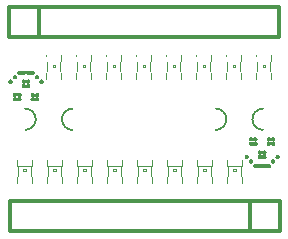
<source format=gto>
G04 (created by PCBNEW (2013-07-03 BZR 4236)-testing) date Thu 04 Jul 2013 10:30:45 AM CEST*
%MOIN*%
G04 Gerber Fmt 3.4, Leading zero omitted, Abs format*
%FSLAX34Y34*%
G01*
G70*
G90*
G04 APERTURE LIST*
%ADD10C,0.005906*%
%ADD11C,0.011811*%
%ADD12C,0.012000*%
%ADD13C,0.002600*%
%ADD14C,0.004000*%
%ADD15C,0.002000*%
%ADD16C,0.000100*%
%ADD17C,0.007874*%
%ADD18R,0.064961X0.064961*%
%ADD19C,0.064961*%
%ADD20R,0.047200X0.047200*%
%ADD21C,0.019685*%
%ADD22C,0.010000*%
G04 APERTURE END LIST*
G54D10*
G54D11*
X32269Y-30923D02*
X31670Y-30923D01*
X31970Y-30623D02*
X31970Y-31223D01*
X39700Y-35356D02*
X40299Y-35356D01*
G54D12*
X40470Y-29400D02*
X40470Y-30400D01*
X40470Y-30400D02*
X31470Y-30400D01*
X31470Y-30400D02*
X31470Y-29400D01*
X40470Y-29400D02*
X31470Y-29400D01*
X32470Y-29400D02*
X32470Y-30400D01*
G54D13*
X40088Y-31204D02*
X40216Y-31204D01*
X40216Y-31204D02*
X40216Y-31007D01*
X40088Y-31007D02*
X40216Y-31007D01*
X40088Y-31204D02*
X40088Y-31007D01*
X39843Y-31204D02*
X39902Y-31204D01*
X39902Y-31204D02*
X39902Y-31105D01*
X39843Y-31105D02*
X39902Y-31105D01*
X39843Y-31204D02*
X39843Y-31105D01*
X40038Y-31204D02*
X40097Y-31204D01*
X40097Y-31204D02*
X40097Y-31105D01*
X40038Y-31105D02*
X40097Y-31105D01*
X40038Y-31204D02*
X40038Y-31105D01*
X39892Y-31204D02*
X40048Y-31204D01*
X40048Y-31204D02*
X40048Y-31135D01*
X39892Y-31135D02*
X40048Y-31135D01*
X39892Y-31204D02*
X39892Y-31135D01*
X40088Y-31793D02*
X40216Y-31793D01*
X40216Y-31793D02*
X40216Y-31596D01*
X40088Y-31596D02*
X40216Y-31596D01*
X40088Y-31793D02*
X40088Y-31596D01*
X39724Y-31793D02*
X39852Y-31793D01*
X39852Y-31793D02*
X39852Y-31596D01*
X39724Y-31596D02*
X39852Y-31596D01*
X39724Y-31793D02*
X39724Y-31596D01*
X40038Y-31695D02*
X40097Y-31695D01*
X40097Y-31695D02*
X40097Y-31596D01*
X40038Y-31596D02*
X40097Y-31596D01*
X40038Y-31695D02*
X40038Y-31596D01*
X39843Y-31695D02*
X39902Y-31695D01*
X39902Y-31695D02*
X39902Y-31596D01*
X39843Y-31596D02*
X39902Y-31596D01*
X39843Y-31695D02*
X39843Y-31596D01*
X39892Y-31665D02*
X40048Y-31665D01*
X40048Y-31665D02*
X40048Y-31596D01*
X39892Y-31596D02*
X40048Y-31596D01*
X39892Y-31665D02*
X39892Y-31596D01*
X39931Y-31400D02*
X40009Y-31400D01*
X40009Y-31400D02*
X40009Y-31322D01*
X39931Y-31322D02*
X40009Y-31322D01*
X39931Y-31400D02*
X39931Y-31322D01*
X39734Y-31204D02*
X39852Y-31204D01*
X39852Y-31204D02*
X39852Y-31086D01*
X39734Y-31086D02*
X39852Y-31086D01*
X39734Y-31204D02*
X39734Y-31086D01*
X39724Y-31036D02*
X39813Y-31036D01*
X39813Y-31036D02*
X39813Y-31007D01*
X39724Y-31007D02*
X39813Y-31007D01*
X39724Y-31036D02*
X39724Y-31007D01*
G54D14*
X40196Y-31194D02*
X40196Y-31606D01*
X39744Y-31596D02*
X39744Y-31036D01*
G54D15*
X39821Y-31066D02*
G75*
G03X39821Y-31066I-28J0D01*
G74*
G01*
G54D14*
X39833Y-31007D02*
G75*
G03X40107Y-31007I137J0D01*
G74*
G01*
X40107Y-31793D02*
G75*
G03X39833Y-31793I-137J0D01*
G74*
G01*
G54D13*
X34088Y-31204D02*
X34216Y-31204D01*
X34216Y-31204D02*
X34216Y-31007D01*
X34088Y-31007D02*
X34216Y-31007D01*
X34088Y-31204D02*
X34088Y-31007D01*
X33843Y-31204D02*
X33902Y-31204D01*
X33902Y-31204D02*
X33902Y-31105D01*
X33843Y-31105D02*
X33902Y-31105D01*
X33843Y-31204D02*
X33843Y-31105D01*
X34038Y-31204D02*
X34097Y-31204D01*
X34097Y-31204D02*
X34097Y-31105D01*
X34038Y-31105D02*
X34097Y-31105D01*
X34038Y-31204D02*
X34038Y-31105D01*
X33892Y-31204D02*
X34048Y-31204D01*
X34048Y-31204D02*
X34048Y-31135D01*
X33892Y-31135D02*
X34048Y-31135D01*
X33892Y-31204D02*
X33892Y-31135D01*
X34088Y-31793D02*
X34216Y-31793D01*
X34216Y-31793D02*
X34216Y-31596D01*
X34088Y-31596D02*
X34216Y-31596D01*
X34088Y-31793D02*
X34088Y-31596D01*
X33724Y-31793D02*
X33852Y-31793D01*
X33852Y-31793D02*
X33852Y-31596D01*
X33724Y-31596D02*
X33852Y-31596D01*
X33724Y-31793D02*
X33724Y-31596D01*
X34038Y-31695D02*
X34097Y-31695D01*
X34097Y-31695D02*
X34097Y-31596D01*
X34038Y-31596D02*
X34097Y-31596D01*
X34038Y-31695D02*
X34038Y-31596D01*
X33843Y-31695D02*
X33902Y-31695D01*
X33902Y-31695D02*
X33902Y-31596D01*
X33843Y-31596D02*
X33902Y-31596D01*
X33843Y-31695D02*
X33843Y-31596D01*
X33892Y-31665D02*
X34048Y-31665D01*
X34048Y-31665D02*
X34048Y-31596D01*
X33892Y-31596D02*
X34048Y-31596D01*
X33892Y-31665D02*
X33892Y-31596D01*
X33931Y-31400D02*
X34009Y-31400D01*
X34009Y-31400D02*
X34009Y-31322D01*
X33931Y-31322D02*
X34009Y-31322D01*
X33931Y-31400D02*
X33931Y-31322D01*
X33734Y-31204D02*
X33852Y-31204D01*
X33852Y-31204D02*
X33852Y-31086D01*
X33734Y-31086D02*
X33852Y-31086D01*
X33734Y-31204D02*
X33734Y-31086D01*
X33724Y-31036D02*
X33813Y-31036D01*
X33813Y-31036D02*
X33813Y-31007D01*
X33724Y-31007D02*
X33813Y-31007D01*
X33724Y-31036D02*
X33724Y-31007D01*
G54D14*
X34196Y-31194D02*
X34196Y-31606D01*
X33744Y-31596D02*
X33744Y-31036D01*
G54D15*
X33821Y-31066D02*
G75*
G03X33821Y-31066I-28J0D01*
G74*
G01*
G54D14*
X33833Y-31007D02*
G75*
G03X34107Y-31007I137J0D01*
G74*
G01*
X34107Y-31793D02*
G75*
G03X33833Y-31793I-137J0D01*
G74*
G01*
G54D13*
X39088Y-31204D02*
X39216Y-31204D01*
X39216Y-31204D02*
X39216Y-31007D01*
X39088Y-31007D02*
X39216Y-31007D01*
X39088Y-31204D02*
X39088Y-31007D01*
X38843Y-31204D02*
X38902Y-31204D01*
X38902Y-31204D02*
X38902Y-31105D01*
X38843Y-31105D02*
X38902Y-31105D01*
X38843Y-31204D02*
X38843Y-31105D01*
X39038Y-31204D02*
X39097Y-31204D01*
X39097Y-31204D02*
X39097Y-31105D01*
X39038Y-31105D02*
X39097Y-31105D01*
X39038Y-31204D02*
X39038Y-31105D01*
X38892Y-31204D02*
X39048Y-31204D01*
X39048Y-31204D02*
X39048Y-31135D01*
X38892Y-31135D02*
X39048Y-31135D01*
X38892Y-31204D02*
X38892Y-31135D01*
X39088Y-31793D02*
X39216Y-31793D01*
X39216Y-31793D02*
X39216Y-31596D01*
X39088Y-31596D02*
X39216Y-31596D01*
X39088Y-31793D02*
X39088Y-31596D01*
X38724Y-31793D02*
X38852Y-31793D01*
X38852Y-31793D02*
X38852Y-31596D01*
X38724Y-31596D02*
X38852Y-31596D01*
X38724Y-31793D02*
X38724Y-31596D01*
X39038Y-31695D02*
X39097Y-31695D01*
X39097Y-31695D02*
X39097Y-31596D01*
X39038Y-31596D02*
X39097Y-31596D01*
X39038Y-31695D02*
X39038Y-31596D01*
X38843Y-31695D02*
X38902Y-31695D01*
X38902Y-31695D02*
X38902Y-31596D01*
X38843Y-31596D02*
X38902Y-31596D01*
X38843Y-31695D02*
X38843Y-31596D01*
X38892Y-31665D02*
X39048Y-31665D01*
X39048Y-31665D02*
X39048Y-31596D01*
X38892Y-31596D02*
X39048Y-31596D01*
X38892Y-31665D02*
X38892Y-31596D01*
X38931Y-31400D02*
X39009Y-31400D01*
X39009Y-31400D02*
X39009Y-31322D01*
X38931Y-31322D02*
X39009Y-31322D01*
X38931Y-31400D02*
X38931Y-31322D01*
X38734Y-31204D02*
X38852Y-31204D01*
X38852Y-31204D02*
X38852Y-31086D01*
X38734Y-31086D02*
X38852Y-31086D01*
X38734Y-31204D02*
X38734Y-31086D01*
X38724Y-31036D02*
X38813Y-31036D01*
X38813Y-31036D02*
X38813Y-31007D01*
X38724Y-31007D02*
X38813Y-31007D01*
X38724Y-31036D02*
X38724Y-31007D01*
G54D14*
X39196Y-31194D02*
X39196Y-31606D01*
X38744Y-31596D02*
X38744Y-31036D01*
G54D15*
X38821Y-31066D02*
G75*
G03X38821Y-31066I-28J0D01*
G74*
G01*
G54D14*
X38833Y-31007D02*
G75*
G03X39107Y-31007I137J0D01*
G74*
G01*
X39107Y-31793D02*
G75*
G03X38833Y-31793I-137J0D01*
G74*
G01*
G54D13*
X38088Y-31204D02*
X38216Y-31204D01*
X38216Y-31204D02*
X38216Y-31007D01*
X38088Y-31007D02*
X38216Y-31007D01*
X38088Y-31204D02*
X38088Y-31007D01*
X37843Y-31204D02*
X37902Y-31204D01*
X37902Y-31204D02*
X37902Y-31105D01*
X37843Y-31105D02*
X37902Y-31105D01*
X37843Y-31204D02*
X37843Y-31105D01*
X38038Y-31204D02*
X38097Y-31204D01*
X38097Y-31204D02*
X38097Y-31105D01*
X38038Y-31105D02*
X38097Y-31105D01*
X38038Y-31204D02*
X38038Y-31105D01*
X37892Y-31204D02*
X38048Y-31204D01*
X38048Y-31204D02*
X38048Y-31135D01*
X37892Y-31135D02*
X38048Y-31135D01*
X37892Y-31204D02*
X37892Y-31135D01*
X38088Y-31793D02*
X38216Y-31793D01*
X38216Y-31793D02*
X38216Y-31596D01*
X38088Y-31596D02*
X38216Y-31596D01*
X38088Y-31793D02*
X38088Y-31596D01*
X37724Y-31793D02*
X37852Y-31793D01*
X37852Y-31793D02*
X37852Y-31596D01*
X37724Y-31596D02*
X37852Y-31596D01*
X37724Y-31793D02*
X37724Y-31596D01*
X38038Y-31695D02*
X38097Y-31695D01*
X38097Y-31695D02*
X38097Y-31596D01*
X38038Y-31596D02*
X38097Y-31596D01*
X38038Y-31695D02*
X38038Y-31596D01*
X37843Y-31695D02*
X37902Y-31695D01*
X37902Y-31695D02*
X37902Y-31596D01*
X37843Y-31596D02*
X37902Y-31596D01*
X37843Y-31695D02*
X37843Y-31596D01*
X37892Y-31665D02*
X38048Y-31665D01*
X38048Y-31665D02*
X38048Y-31596D01*
X37892Y-31596D02*
X38048Y-31596D01*
X37892Y-31665D02*
X37892Y-31596D01*
X37931Y-31400D02*
X38009Y-31400D01*
X38009Y-31400D02*
X38009Y-31322D01*
X37931Y-31322D02*
X38009Y-31322D01*
X37931Y-31400D02*
X37931Y-31322D01*
X37734Y-31204D02*
X37852Y-31204D01*
X37852Y-31204D02*
X37852Y-31086D01*
X37734Y-31086D02*
X37852Y-31086D01*
X37734Y-31204D02*
X37734Y-31086D01*
X37724Y-31036D02*
X37813Y-31036D01*
X37813Y-31036D02*
X37813Y-31007D01*
X37724Y-31007D02*
X37813Y-31007D01*
X37724Y-31036D02*
X37724Y-31007D01*
G54D14*
X38196Y-31194D02*
X38196Y-31606D01*
X37744Y-31596D02*
X37744Y-31036D01*
G54D15*
X37821Y-31066D02*
G75*
G03X37821Y-31066I-28J0D01*
G74*
G01*
G54D14*
X37833Y-31007D02*
G75*
G03X38107Y-31007I137J0D01*
G74*
G01*
X38107Y-31793D02*
G75*
G03X37833Y-31793I-137J0D01*
G74*
G01*
G54D13*
X37088Y-31204D02*
X37216Y-31204D01*
X37216Y-31204D02*
X37216Y-31007D01*
X37088Y-31007D02*
X37216Y-31007D01*
X37088Y-31204D02*
X37088Y-31007D01*
X36843Y-31204D02*
X36902Y-31204D01*
X36902Y-31204D02*
X36902Y-31105D01*
X36843Y-31105D02*
X36902Y-31105D01*
X36843Y-31204D02*
X36843Y-31105D01*
X37038Y-31204D02*
X37097Y-31204D01*
X37097Y-31204D02*
X37097Y-31105D01*
X37038Y-31105D02*
X37097Y-31105D01*
X37038Y-31204D02*
X37038Y-31105D01*
X36892Y-31204D02*
X37048Y-31204D01*
X37048Y-31204D02*
X37048Y-31135D01*
X36892Y-31135D02*
X37048Y-31135D01*
X36892Y-31204D02*
X36892Y-31135D01*
X37088Y-31793D02*
X37216Y-31793D01*
X37216Y-31793D02*
X37216Y-31596D01*
X37088Y-31596D02*
X37216Y-31596D01*
X37088Y-31793D02*
X37088Y-31596D01*
X36724Y-31793D02*
X36852Y-31793D01*
X36852Y-31793D02*
X36852Y-31596D01*
X36724Y-31596D02*
X36852Y-31596D01*
X36724Y-31793D02*
X36724Y-31596D01*
X37038Y-31695D02*
X37097Y-31695D01*
X37097Y-31695D02*
X37097Y-31596D01*
X37038Y-31596D02*
X37097Y-31596D01*
X37038Y-31695D02*
X37038Y-31596D01*
X36843Y-31695D02*
X36902Y-31695D01*
X36902Y-31695D02*
X36902Y-31596D01*
X36843Y-31596D02*
X36902Y-31596D01*
X36843Y-31695D02*
X36843Y-31596D01*
X36892Y-31665D02*
X37048Y-31665D01*
X37048Y-31665D02*
X37048Y-31596D01*
X36892Y-31596D02*
X37048Y-31596D01*
X36892Y-31665D02*
X36892Y-31596D01*
X36931Y-31400D02*
X37009Y-31400D01*
X37009Y-31400D02*
X37009Y-31322D01*
X36931Y-31322D02*
X37009Y-31322D01*
X36931Y-31400D02*
X36931Y-31322D01*
X36734Y-31204D02*
X36852Y-31204D01*
X36852Y-31204D02*
X36852Y-31086D01*
X36734Y-31086D02*
X36852Y-31086D01*
X36734Y-31204D02*
X36734Y-31086D01*
X36724Y-31036D02*
X36813Y-31036D01*
X36813Y-31036D02*
X36813Y-31007D01*
X36724Y-31007D02*
X36813Y-31007D01*
X36724Y-31036D02*
X36724Y-31007D01*
G54D14*
X37196Y-31194D02*
X37196Y-31606D01*
X36744Y-31596D02*
X36744Y-31036D01*
G54D15*
X36821Y-31066D02*
G75*
G03X36821Y-31066I-28J0D01*
G74*
G01*
G54D14*
X36833Y-31007D02*
G75*
G03X37107Y-31007I137J0D01*
G74*
G01*
X37107Y-31793D02*
G75*
G03X36833Y-31793I-137J0D01*
G74*
G01*
G54D13*
X36088Y-31204D02*
X36216Y-31204D01*
X36216Y-31204D02*
X36216Y-31007D01*
X36088Y-31007D02*
X36216Y-31007D01*
X36088Y-31204D02*
X36088Y-31007D01*
X35843Y-31204D02*
X35902Y-31204D01*
X35902Y-31204D02*
X35902Y-31105D01*
X35843Y-31105D02*
X35902Y-31105D01*
X35843Y-31204D02*
X35843Y-31105D01*
X36038Y-31204D02*
X36097Y-31204D01*
X36097Y-31204D02*
X36097Y-31105D01*
X36038Y-31105D02*
X36097Y-31105D01*
X36038Y-31204D02*
X36038Y-31105D01*
X35892Y-31204D02*
X36048Y-31204D01*
X36048Y-31204D02*
X36048Y-31135D01*
X35892Y-31135D02*
X36048Y-31135D01*
X35892Y-31204D02*
X35892Y-31135D01*
X36088Y-31793D02*
X36216Y-31793D01*
X36216Y-31793D02*
X36216Y-31596D01*
X36088Y-31596D02*
X36216Y-31596D01*
X36088Y-31793D02*
X36088Y-31596D01*
X35724Y-31793D02*
X35852Y-31793D01*
X35852Y-31793D02*
X35852Y-31596D01*
X35724Y-31596D02*
X35852Y-31596D01*
X35724Y-31793D02*
X35724Y-31596D01*
X36038Y-31695D02*
X36097Y-31695D01*
X36097Y-31695D02*
X36097Y-31596D01*
X36038Y-31596D02*
X36097Y-31596D01*
X36038Y-31695D02*
X36038Y-31596D01*
X35843Y-31695D02*
X35902Y-31695D01*
X35902Y-31695D02*
X35902Y-31596D01*
X35843Y-31596D02*
X35902Y-31596D01*
X35843Y-31695D02*
X35843Y-31596D01*
X35892Y-31665D02*
X36048Y-31665D01*
X36048Y-31665D02*
X36048Y-31596D01*
X35892Y-31596D02*
X36048Y-31596D01*
X35892Y-31665D02*
X35892Y-31596D01*
X35931Y-31400D02*
X36009Y-31400D01*
X36009Y-31400D02*
X36009Y-31322D01*
X35931Y-31322D02*
X36009Y-31322D01*
X35931Y-31400D02*
X35931Y-31322D01*
X35734Y-31204D02*
X35852Y-31204D01*
X35852Y-31204D02*
X35852Y-31086D01*
X35734Y-31086D02*
X35852Y-31086D01*
X35734Y-31204D02*
X35734Y-31086D01*
X35724Y-31036D02*
X35813Y-31036D01*
X35813Y-31036D02*
X35813Y-31007D01*
X35724Y-31007D02*
X35813Y-31007D01*
X35724Y-31036D02*
X35724Y-31007D01*
G54D14*
X36196Y-31194D02*
X36196Y-31606D01*
X35744Y-31596D02*
X35744Y-31036D01*
G54D15*
X35821Y-31066D02*
G75*
G03X35821Y-31066I-28J0D01*
G74*
G01*
G54D14*
X35833Y-31007D02*
G75*
G03X36107Y-31007I137J0D01*
G74*
G01*
X36107Y-31793D02*
G75*
G03X35833Y-31793I-137J0D01*
G74*
G01*
G54D13*
X35088Y-31204D02*
X35216Y-31204D01*
X35216Y-31204D02*
X35216Y-31007D01*
X35088Y-31007D02*
X35216Y-31007D01*
X35088Y-31204D02*
X35088Y-31007D01*
X34843Y-31204D02*
X34902Y-31204D01*
X34902Y-31204D02*
X34902Y-31105D01*
X34843Y-31105D02*
X34902Y-31105D01*
X34843Y-31204D02*
X34843Y-31105D01*
X35038Y-31204D02*
X35097Y-31204D01*
X35097Y-31204D02*
X35097Y-31105D01*
X35038Y-31105D02*
X35097Y-31105D01*
X35038Y-31204D02*
X35038Y-31105D01*
X34892Y-31204D02*
X35048Y-31204D01*
X35048Y-31204D02*
X35048Y-31135D01*
X34892Y-31135D02*
X35048Y-31135D01*
X34892Y-31204D02*
X34892Y-31135D01*
X35088Y-31793D02*
X35216Y-31793D01*
X35216Y-31793D02*
X35216Y-31596D01*
X35088Y-31596D02*
X35216Y-31596D01*
X35088Y-31793D02*
X35088Y-31596D01*
X34724Y-31793D02*
X34852Y-31793D01*
X34852Y-31793D02*
X34852Y-31596D01*
X34724Y-31596D02*
X34852Y-31596D01*
X34724Y-31793D02*
X34724Y-31596D01*
X35038Y-31695D02*
X35097Y-31695D01*
X35097Y-31695D02*
X35097Y-31596D01*
X35038Y-31596D02*
X35097Y-31596D01*
X35038Y-31695D02*
X35038Y-31596D01*
X34843Y-31695D02*
X34902Y-31695D01*
X34902Y-31695D02*
X34902Y-31596D01*
X34843Y-31596D02*
X34902Y-31596D01*
X34843Y-31695D02*
X34843Y-31596D01*
X34892Y-31665D02*
X35048Y-31665D01*
X35048Y-31665D02*
X35048Y-31596D01*
X34892Y-31596D02*
X35048Y-31596D01*
X34892Y-31665D02*
X34892Y-31596D01*
X34931Y-31400D02*
X35009Y-31400D01*
X35009Y-31400D02*
X35009Y-31322D01*
X34931Y-31322D02*
X35009Y-31322D01*
X34931Y-31400D02*
X34931Y-31322D01*
X34734Y-31204D02*
X34852Y-31204D01*
X34852Y-31204D02*
X34852Y-31086D01*
X34734Y-31086D02*
X34852Y-31086D01*
X34734Y-31204D02*
X34734Y-31086D01*
X34724Y-31036D02*
X34813Y-31036D01*
X34813Y-31036D02*
X34813Y-31007D01*
X34724Y-31007D02*
X34813Y-31007D01*
X34724Y-31036D02*
X34724Y-31007D01*
G54D14*
X35196Y-31194D02*
X35196Y-31606D01*
X34744Y-31596D02*
X34744Y-31036D01*
G54D15*
X34821Y-31066D02*
G75*
G03X34821Y-31066I-28J0D01*
G74*
G01*
G54D14*
X34833Y-31007D02*
G75*
G03X35107Y-31007I137J0D01*
G74*
G01*
X35107Y-31793D02*
G75*
G03X34833Y-31793I-137J0D01*
G74*
G01*
G54D13*
X33088Y-31204D02*
X33216Y-31204D01*
X33216Y-31204D02*
X33216Y-31007D01*
X33088Y-31007D02*
X33216Y-31007D01*
X33088Y-31204D02*
X33088Y-31007D01*
X32843Y-31204D02*
X32902Y-31204D01*
X32902Y-31204D02*
X32902Y-31105D01*
X32843Y-31105D02*
X32902Y-31105D01*
X32843Y-31204D02*
X32843Y-31105D01*
X33038Y-31204D02*
X33097Y-31204D01*
X33097Y-31204D02*
X33097Y-31105D01*
X33038Y-31105D02*
X33097Y-31105D01*
X33038Y-31204D02*
X33038Y-31105D01*
X32892Y-31204D02*
X33048Y-31204D01*
X33048Y-31204D02*
X33048Y-31135D01*
X32892Y-31135D02*
X33048Y-31135D01*
X32892Y-31204D02*
X32892Y-31135D01*
X33088Y-31793D02*
X33216Y-31793D01*
X33216Y-31793D02*
X33216Y-31596D01*
X33088Y-31596D02*
X33216Y-31596D01*
X33088Y-31793D02*
X33088Y-31596D01*
X32724Y-31793D02*
X32852Y-31793D01*
X32852Y-31793D02*
X32852Y-31596D01*
X32724Y-31596D02*
X32852Y-31596D01*
X32724Y-31793D02*
X32724Y-31596D01*
X33038Y-31695D02*
X33097Y-31695D01*
X33097Y-31695D02*
X33097Y-31596D01*
X33038Y-31596D02*
X33097Y-31596D01*
X33038Y-31695D02*
X33038Y-31596D01*
X32843Y-31695D02*
X32902Y-31695D01*
X32902Y-31695D02*
X32902Y-31596D01*
X32843Y-31596D02*
X32902Y-31596D01*
X32843Y-31695D02*
X32843Y-31596D01*
X32892Y-31665D02*
X33048Y-31665D01*
X33048Y-31665D02*
X33048Y-31596D01*
X32892Y-31596D02*
X33048Y-31596D01*
X32892Y-31665D02*
X32892Y-31596D01*
X32931Y-31400D02*
X33009Y-31400D01*
X33009Y-31400D02*
X33009Y-31322D01*
X32931Y-31322D02*
X33009Y-31322D01*
X32931Y-31400D02*
X32931Y-31322D01*
X32734Y-31204D02*
X32852Y-31204D01*
X32852Y-31204D02*
X32852Y-31086D01*
X32734Y-31086D02*
X32852Y-31086D01*
X32734Y-31204D02*
X32734Y-31086D01*
X32724Y-31036D02*
X32813Y-31036D01*
X32813Y-31036D02*
X32813Y-31007D01*
X32724Y-31007D02*
X32813Y-31007D01*
X32724Y-31036D02*
X32724Y-31007D01*
G54D14*
X33196Y-31194D02*
X33196Y-31606D01*
X32744Y-31596D02*
X32744Y-31036D01*
G54D15*
X32821Y-31066D02*
G75*
G03X32821Y-31066I-28J0D01*
G74*
G01*
G54D14*
X32833Y-31007D02*
G75*
G03X33107Y-31007I137J0D01*
G74*
G01*
X33107Y-31793D02*
G75*
G03X32833Y-31793I-137J0D01*
G74*
G01*
G54D16*
G36*
X31827Y-31514D02*
X31812Y-31516D01*
X31799Y-31520D01*
X31793Y-31523D01*
X31780Y-31532D01*
X31770Y-31543D01*
X31763Y-31555D01*
X31758Y-31569D01*
X31755Y-31583D01*
X31756Y-31598D01*
X31759Y-31612D01*
X31766Y-31626D01*
X31770Y-31632D01*
X31776Y-31639D01*
X31783Y-31645D01*
X31789Y-31650D01*
X31791Y-31651D01*
X31804Y-31657D01*
X31817Y-31660D01*
X31832Y-31661D01*
X31837Y-31661D01*
X31845Y-31660D01*
X31852Y-31658D01*
X31860Y-31654D01*
X31869Y-31650D01*
X31881Y-31640D01*
X31890Y-31628D01*
X31898Y-31615D01*
X31900Y-31609D01*
X31902Y-31601D01*
X31903Y-31596D01*
X31903Y-31595D01*
X31903Y-31595D01*
X31903Y-31598D01*
X31903Y-31598D01*
X31906Y-31608D01*
X31909Y-31617D01*
X31914Y-31626D01*
X31922Y-31637D01*
X31933Y-31647D01*
X31946Y-31655D01*
X31961Y-31660D01*
X31976Y-31661D01*
X31980Y-31661D01*
X31992Y-31660D01*
X32003Y-31657D01*
X32005Y-31656D01*
X32018Y-31649D01*
X32029Y-31640D01*
X32038Y-31628D01*
X32045Y-31616D01*
X32049Y-31603D01*
X32049Y-31602D01*
X32050Y-31599D01*
X32050Y-31597D01*
X32050Y-31597D01*
X32050Y-31599D01*
X32051Y-31603D01*
X32051Y-31604D01*
X32056Y-31617D01*
X32063Y-31630D01*
X32072Y-31641D01*
X32081Y-31648D01*
X32094Y-31655D01*
X32108Y-31660D01*
X32124Y-31661D01*
X32135Y-31660D01*
X32149Y-31657D01*
X32163Y-31650D01*
X32175Y-31641D01*
X32184Y-31629D01*
X32186Y-31627D01*
X32189Y-31622D01*
X32191Y-31617D01*
X32192Y-31614D01*
X32195Y-31607D01*
X32196Y-31601D01*
X32197Y-31596D01*
X32197Y-31595D01*
X32197Y-31595D01*
X32198Y-31598D01*
X32199Y-31606D01*
X32203Y-31616D01*
X32207Y-31625D01*
X32216Y-31637D01*
X32228Y-31647D01*
X32241Y-31655D01*
X32255Y-31660D01*
X32270Y-31661D01*
X32284Y-31660D01*
X32299Y-31656D01*
X32312Y-31649D01*
X32324Y-31639D01*
X32330Y-31632D01*
X32335Y-31624D01*
X32340Y-31615D01*
X32342Y-31607D01*
X32345Y-31592D01*
X32344Y-31578D01*
X32341Y-31564D01*
X32335Y-31551D01*
X32327Y-31540D01*
X32317Y-31530D01*
X32305Y-31522D01*
X32292Y-31517D01*
X32277Y-31514D01*
X32275Y-31514D01*
X32260Y-31514D01*
X32246Y-31518D01*
X32233Y-31524D01*
X32228Y-31528D01*
X32218Y-31536D01*
X32209Y-31547D01*
X32203Y-31558D01*
X32202Y-31562D01*
X32200Y-31568D01*
X32198Y-31575D01*
X32197Y-31580D01*
X32197Y-31583D01*
X32197Y-31580D01*
X32197Y-31577D01*
X32195Y-31571D01*
X32193Y-31563D01*
X32191Y-31557D01*
X32187Y-31550D01*
X32178Y-31538D01*
X32167Y-31528D01*
X32154Y-31520D01*
X32139Y-31515D01*
X32137Y-31515D01*
X32127Y-31514D01*
X32116Y-31514D01*
X32106Y-31516D01*
X32096Y-31519D01*
X32083Y-31526D01*
X32070Y-31536D01*
X32070Y-31537D01*
X32061Y-31547D01*
X32055Y-31560D01*
X32051Y-31572D01*
X32051Y-31573D01*
X32050Y-31576D01*
X32050Y-31578D01*
X32050Y-31577D01*
X32049Y-31574D01*
X32049Y-31573D01*
X32047Y-31565D01*
X32044Y-31557D01*
X32039Y-31549D01*
X32033Y-31540D01*
X32022Y-31529D01*
X32009Y-31521D01*
X31994Y-31516D01*
X31992Y-31515D01*
X31982Y-31514D01*
X31971Y-31514D01*
X31961Y-31515D01*
X31953Y-31518D01*
X31939Y-31524D01*
X31927Y-31533D01*
X31917Y-31544D01*
X31909Y-31557D01*
X31908Y-31561D01*
X31905Y-31568D01*
X31904Y-31575D01*
X31903Y-31580D01*
X31903Y-31580D01*
X31903Y-31580D01*
X31902Y-31577D01*
X31902Y-31577D01*
X31900Y-31568D01*
X31896Y-31558D01*
X31892Y-31549D01*
X31890Y-31546D01*
X31881Y-31535D01*
X31869Y-31526D01*
X31856Y-31519D01*
X31842Y-31515D01*
X31827Y-31514D01*
X31827Y-31514D01*
G37*
G36*
X32423Y-31661D02*
X32414Y-31662D01*
X32406Y-31662D01*
X32396Y-31665D01*
X32382Y-31671D01*
X32370Y-31680D01*
X32360Y-31691D01*
X32352Y-31704D01*
X32347Y-31718D01*
X32345Y-31733D01*
X32346Y-31748D01*
X32350Y-31762D01*
X32356Y-31775D01*
X32366Y-31787D01*
X32378Y-31797D01*
X32381Y-31799D01*
X32396Y-31805D01*
X32410Y-31809D01*
X32426Y-31809D01*
X32441Y-31806D01*
X32453Y-31801D01*
X32466Y-31792D01*
X32476Y-31781D01*
X32485Y-31768D01*
X32490Y-31753D01*
X32492Y-31746D01*
X32492Y-31736D01*
X32492Y-31727D01*
X32491Y-31719D01*
X32490Y-31716D01*
X32484Y-31701D01*
X32476Y-31688D01*
X32464Y-31677D01*
X32451Y-31669D01*
X32445Y-31666D01*
X32436Y-31663D01*
X32428Y-31662D01*
X32423Y-31661D01*
X32423Y-31661D01*
G37*
G36*
X31680Y-31661D02*
X31665Y-31663D01*
X31650Y-31668D01*
X31636Y-31677D01*
X31633Y-31679D01*
X31623Y-31690D01*
X31615Y-31703D01*
X31610Y-31717D01*
X31608Y-31725D01*
X31608Y-31734D01*
X31608Y-31744D01*
X31609Y-31751D01*
X31610Y-31755D01*
X31616Y-31770D01*
X31624Y-31782D01*
X31635Y-31793D01*
X31648Y-31801D01*
X31662Y-31806D01*
X31677Y-31809D01*
X31683Y-31809D01*
X31698Y-31807D01*
X31712Y-31803D01*
X31724Y-31795D01*
X31735Y-31786D01*
X31744Y-31774D01*
X31750Y-31761D01*
X31754Y-31747D01*
X31755Y-31732D01*
X31754Y-31723D01*
X31752Y-31715D01*
X31749Y-31706D01*
X31743Y-31695D01*
X31734Y-31683D01*
X31722Y-31674D01*
X31709Y-31667D01*
X31695Y-31663D01*
X31680Y-31661D01*
X31680Y-31661D01*
G37*
G36*
X32570Y-31809D02*
X32560Y-31809D01*
X32551Y-31811D01*
X32540Y-31814D01*
X32527Y-31821D01*
X32514Y-31831D01*
X32506Y-31840D01*
X32499Y-31853D01*
X32494Y-31867D01*
X32493Y-31873D01*
X32493Y-31882D01*
X32493Y-31891D01*
X32494Y-31898D01*
X32495Y-31903D01*
X32501Y-31917D01*
X32509Y-31930D01*
X32520Y-31941D01*
X32534Y-31949D01*
X32539Y-31951D01*
X32548Y-31955D01*
X32558Y-31956D01*
X32569Y-31956D01*
X32576Y-31956D01*
X32584Y-31955D01*
X32591Y-31953D01*
X32599Y-31949D01*
X32604Y-31946D01*
X32616Y-31937D01*
X32626Y-31926D01*
X32634Y-31912D01*
X32639Y-31897D01*
X32639Y-31894D01*
X32640Y-31885D01*
X32640Y-31876D01*
X32639Y-31868D01*
X32638Y-31863D01*
X32632Y-31849D01*
X32623Y-31836D01*
X32613Y-31825D01*
X32599Y-31817D01*
X32585Y-31811D01*
X32580Y-31810D01*
X32570Y-31809D01*
X32570Y-31809D01*
G37*
G36*
X31978Y-31809D02*
X31964Y-31810D01*
X31950Y-31814D01*
X31941Y-31818D01*
X31929Y-31827D01*
X31918Y-31838D01*
X31910Y-31851D01*
X31905Y-31865D01*
X31904Y-31868D01*
X31903Y-31880D01*
X31903Y-31891D01*
X31906Y-31904D01*
X31912Y-31919D01*
X31921Y-31931D01*
X31932Y-31941D01*
X31945Y-31949D01*
X31960Y-31955D01*
X31969Y-31957D01*
X31964Y-31958D01*
X31963Y-31958D01*
X31953Y-31961D01*
X31942Y-31966D01*
X31931Y-31972D01*
X31930Y-31974D01*
X31919Y-31984D01*
X31911Y-31997D01*
X31906Y-32011D01*
X31903Y-32025D01*
X31903Y-32039D01*
X31907Y-32053D01*
X31913Y-32067D01*
X31913Y-32068D01*
X31923Y-32080D01*
X31934Y-32090D01*
X31946Y-32097D01*
X31960Y-32101D01*
X31974Y-32103D01*
X31988Y-32102D01*
X32002Y-32099D01*
X32015Y-32092D01*
X32028Y-32083D01*
X32034Y-32076D01*
X32041Y-32065D01*
X32047Y-32054D01*
X32049Y-32043D01*
X32050Y-32040D01*
X32050Y-32039D01*
X32050Y-32040D01*
X32051Y-32043D01*
X32053Y-32053D01*
X32058Y-32063D01*
X32064Y-32073D01*
X32068Y-32078D01*
X32079Y-32088D01*
X32092Y-32096D01*
X32106Y-32101D01*
X32121Y-32103D01*
X32136Y-32102D01*
X32145Y-32100D01*
X32159Y-32094D01*
X32171Y-32086D01*
X32182Y-32075D01*
X32190Y-32062D01*
X32195Y-32047D01*
X32196Y-32040D01*
X32197Y-32025D01*
X32194Y-32011D01*
X32189Y-31997D01*
X32181Y-31984D01*
X32170Y-31974D01*
X32157Y-31965D01*
X32151Y-31962D01*
X32144Y-31960D01*
X32138Y-31958D01*
X32133Y-31957D01*
X32133Y-31957D01*
X32133Y-31957D01*
X32136Y-31956D01*
X32143Y-31954D01*
X32153Y-31950D01*
X32162Y-31946D01*
X32166Y-31943D01*
X32176Y-31934D01*
X32185Y-31924D01*
X32191Y-31913D01*
X32195Y-31900D01*
X32197Y-31887D01*
X32197Y-31874D01*
X32196Y-31872D01*
X32192Y-31856D01*
X32185Y-31843D01*
X32175Y-31831D01*
X32167Y-31823D01*
X32154Y-31815D01*
X32139Y-31811D01*
X32134Y-31810D01*
X32126Y-31809D01*
X32117Y-31810D01*
X32109Y-31810D01*
X32103Y-31812D01*
X32098Y-31813D01*
X32084Y-31820D01*
X32072Y-31830D01*
X32062Y-31842D01*
X32058Y-31848D01*
X32054Y-31858D01*
X32051Y-31868D01*
X32051Y-31868D01*
X32050Y-31872D01*
X32050Y-31873D01*
X32050Y-31873D01*
X32050Y-31893D01*
X32050Y-31893D01*
X32050Y-31894D01*
X32051Y-31898D01*
X32051Y-31899D01*
X32056Y-31912D01*
X32063Y-31925D01*
X32072Y-31936D01*
X32083Y-31945D01*
X32096Y-31951D01*
X32097Y-31952D01*
X32103Y-31954D01*
X32109Y-31955D01*
X32116Y-31957D01*
X32110Y-31958D01*
X32101Y-31960D01*
X32088Y-31966D01*
X32076Y-31974D01*
X32065Y-31985D01*
X32057Y-31997D01*
X32055Y-32003D01*
X32052Y-32011D01*
X32051Y-32017D01*
X32050Y-32020D01*
X32050Y-32021D01*
X32050Y-32020D01*
X32049Y-32017D01*
X32048Y-32012D01*
X32046Y-32004D01*
X32043Y-31997D01*
X32038Y-31989D01*
X32028Y-31978D01*
X32017Y-31969D01*
X32004Y-31962D01*
X31990Y-31958D01*
X31984Y-31957D01*
X31990Y-31955D01*
X31991Y-31955D01*
X31998Y-31954D01*
X32004Y-31951D01*
X32005Y-31951D01*
X32018Y-31944D01*
X32029Y-31935D01*
X32038Y-31924D01*
X32045Y-31911D01*
X32049Y-31898D01*
X32049Y-31898D01*
X32050Y-31894D01*
X32050Y-31893D01*
X32050Y-31873D01*
X32050Y-31873D01*
X32050Y-31871D01*
X32049Y-31868D01*
X32046Y-31858D01*
X32040Y-31845D01*
X32031Y-31833D01*
X32020Y-31823D01*
X32007Y-31816D01*
X32007Y-31816D01*
X31993Y-31811D01*
X31978Y-31809D01*
X31978Y-31809D01*
G37*
G36*
X31539Y-31809D02*
X31527Y-31809D01*
X31516Y-31811D01*
X31509Y-31813D01*
X31495Y-31820D01*
X31483Y-31829D01*
X31473Y-31840D01*
X31466Y-31853D01*
X31462Y-31867D01*
X31460Y-31883D01*
X31460Y-31889D01*
X31463Y-31904D01*
X31469Y-31918D01*
X31478Y-31932D01*
X31481Y-31934D01*
X31491Y-31943D01*
X31503Y-31950D01*
X31516Y-31955D01*
X31517Y-31955D01*
X31528Y-31956D01*
X31540Y-31956D01*
X31551Y-31955D01*
X31555Y-31954D01*
X31569Y-31948D01*
X31581Y-31939D01*
X31591Y-31929D01*
X31599Y-31917D01*
X31605Y-31904D01*
X31607Y-31889D01*
X31607Y-31874D01*
X31604Y-31859D01*
X31599Y-31848D01*
X31590Y-31836D01*
X31579Y-31825D01*
X31567Y-31817D01*
X31552Y-31811D01*
X31551Y-31811D01*
X31539Y-31809D01*
X31539Y-31809D01*
G37*
G36*
X32269Y-32251D02*
X32254Y-32253D01*
X32240Y-32258D01*
X32233Y-32261D01*
X32227Y-32266D01*
X32220Y-32272D01*
X32212Y-32280D01*
X32204Y-32293D01*
X32199Y-32307D01*
X32198Y-32311D01*
X32197Y-32321D01*
X32197Y-32331D01*
X32199Y-32340D01*
X32203Y-32353D01*
X32209Y-32366D01*
X32218Y-32377D01*
X32220Y-32378D01*
X32227Y-32384D01*
X32235Y-32389D01*
X32242Y-32393D01*
X32245Y-32394D01*
X32251Y-32396D01*
X32257Y-32397D01*
X32261Y-32398D01*
X32264Y-32398D01*
X32261Y-32399D01*
X32257Y-32400D01*
X32253Y-32401D01*
X32247Y-32402D01*
X32236Y-32408D01*
X32225Y-32414D01*
X32217Y-32422D01*
X32215Y-32424D01*
X32206Y-32437D01*
X32200Y-32451D01*
X32197Y-32465D01*
X32197Y-32480D01*
X32198Y-32484D01*
X32202Y-32499D01*
X32209Y-32512D01*
X32219Y-32525D01*
X32228Y-32532D01*
X32241Y-32540D01*
X32255Y-32545D01*
X32258Y-32545D01*
X32268Y-32546D01*
X32278Y-32546D01*
X32288Y-32544D01*
X32296Y-32542D01*
X32310Y-32535D01*
X32322Y-32526D01*
X32331Y-32515D01*
X32339Y-32502D01*
X32343Y-32488D01*
X32344Y-32486D01*
X32345Y-32483D01*
X32345Y-32481D01*
X32346Y-32483D01*
X32346Y-32486D01*
X32347Y-32492D01*
X32350Y-32499D01*
X32352Y-32505D01*
X32355Y-32509D01*
X32364Y-32522D01*
X32375Y-32532D01*
X32388Y-32540D01*
X32402Y-32544D01*
X32418Y-32546D01*
X32430Y-32545D01*
X32444Y-32542D01*
X32457Y-32535D01*
X32465Y-32530D01*
X32476Y-32519D01*
X32484Y-32507D01*
X32490Y-32493D01*
X32492Y-32479D01*
X32492Y-32464D01*
X32489Y-32450D01*
X32483Y-32436D01*
X32474Y-32424D01*
X32463Y-32413D01*
X32449Y-32405D01*
X32434Y-32400D01*
X32426Y-32398D01*
X32431Y-32398D01*
X32434Y-32397D01*
X32446Y-32394D01*
X32457Y-32388D01*
X32468Y-32380D01*
X32477Y-32371D01*
X32482Y-32363D01*
X32487Y-32353D01*
X32490Y-32343D01*
X32492Y-32335D01*
X32492Y-32326D01*
X32492Y-32316D01*
X32491Y-32309D01*
X32488Y-32300D01*
X32481Y-32286D01*
X32472Y-32274D01*
X32460Y-32264D01*
X32447Y-32256D01*
X32431Y-32252D01*
X32427Y-32251D01*
X32418Y-32251D01*
X32409Y-32252D01*
X32400Y-32253D01*
X32394Y-32255D01*
X32380Y-32262D01*
X32368Y-32271D01*
X32358Y-32282D01*
X32351Y-32295D01*
X32346Y-32310D01*
X32346Y-32311D01*
X32345Y-32315D01*
X32345Y-32314D01*
X32345Y-32335D01*
X32345Y-32335D01*
X32346Y-32338D01*
X32346Y-32339D01*
X32349Y-32349D01*
X32353Y-32359D01*
X32359Y-32369D01*
X32364Y-32374D01*
X32375Y-32385D01*
X32389Y-32392D01*
X32404Y-32397D01*
X32411Y-32399D01*
X32406Y-32400D01*
X32401Y-32401D01*
X32397Y-32402D01*
X32394Y-32403D01*
X32380Y-32409D01*
X32368Y-32419D01*
X32358Y-32430D01*
X32351Y-32443D01*
X32346Y-32457D01*
X32346Y-32460D01*
X32345Y-32462D01*
X32344Y-32461D01*
X32343Y-32457D01*
X32343Y-32456D01*
X32341Y-32448D01*
X32337Y-32440D01*
X32333Y-32432D01*
X32329Y-32427D01*
X32322Y-32420D01*
X32315Y-32413D01*
X32308Y-32408D01*
X32307Y-32408D01*
X32296Y-32403D01*
X32284Y-32400D01*
X32279Y-32399D01*
X32285Y-32397D01*
X32298Y-32394D01*
X32311Y-32387D01*
X32323Y-32378D01*
X32332Y-32367D01*
X32334Y-32363D01*
X32338Y-32356D01*
X32341Y-32348D01*
X32343Y-32341D01*
X32344Y-32336D01*
X32344Y-32336D01*
X32345Y-32335D01*
X32345Y-32314D01*
X32344Y-32314D01*
X32344Y-32311D01*
X32343Y-32307D01*
X32341Y-32302D01*
X32338Y-32295D01*
X32331Y-32282D01*
X32321Y-32271D01*
X32310Y-32262D01*
X32297Y-32256D01*
X32283Y-32252D01*
X32269Y-32251D01*
X32269Y-32251D01*
G37*
G36*
X31825Y-32251D02*
X31811Y-32253D01*
X31797Y-32258D01*
X31784Y-32266D01*
X31774Y-32276D01*
X31765Y-32288D01*
X31759Y-32302D01*
X31757Y-32307D01*
X31756Y-32311D01*
X31756Y-32312D01*
X31755Y-32315D01*
X31755Y-32315D01*
X31755Y-32335D01*
X31756Y-32337D01*
X31757Y-32342D01*
X31760Y-32351D01*
X31766Y-32364D01*
X31775Y-32376D01*
X31787Y-32385D01*
X31800Y-32393D01*
X31814Y-32397D01*
X31821Y-32399D01*
X31816Y-32400D01*
X31816Y-32400D01*
X31804Y-32403D01*
X31792Y-32408D01*
X31788Y-32411D01*
X31780Y-32418D01*
X31773Y-32425D01*
X31767Y-32432D01*
X31764Y-32438D01*
X31759Y-32448D01*
X31757Y-32456D01*
X31756Y-32460D01*
X31755Y-32462D01*
X31755Y-32461D01*
X31754Y-32457D01*
X31751Y-32447D01*
X31744Y-32433D01*
X31734Y-32421D01*
X31723Y-32412D01*
X31710Y-32404D01*
X31694Y-32400D01*
X31689Y-32399D01*
X31696Y-32397D01*
X31703Y-32395D01*
X31717Y-32389D01*
X31730Y-32380D01*
X31740Y-32369D01*
X31744Y-32365D01*
X31747Y-32358D01*
X31751Y-32350D01*
X31753Y-32345D01*
X31754Y-32339D01*
X31754Y-32339D01*
X31755Y-32336D01*
X31755Y-32335D01*
X31755Y-32315D01*
X31755Y-32314D01*
X31754Y-32310D01*
X31753Y-32305D01*
X31748Y-32294D01*
X31743Y-32284D01*
X31738Y-32278D01*
X31727Y-32267D01*
X31714Y-32259D01*
X31699Y-32253D01*
X31693Y-32252D01*
X31683Y-32251D01*
X31672Y-32252D01*
X31663Y-32253D01*
X31662Y-32253D01*
X31647Y-32259D01*
X31634Y-32268D01*
X31624Y-32279D01*
X31615Y-32292D01*
X31610Y-32307D01*
X31608Y-32313D01*
X31608Y-32324D01*
X31608Y-32334D01*
X31610Y-32343D01*
X31612Y-32351D01*
X31617Y-32361D01*
X31623Y-32371D01*
X31630Y-32378D01*
X31639Y-32385D01*
X31649Y-32391D01*
X31652Y-32393D01*
X31659Y-32395D01*
X31666Y-32397D01*
X31671Y-32398D01*
X31672Y-32398D01*
X31670Y-32399D01*
X31666Y-32400D01*
X31657Y-32403D01*
X31648Y-32407D01*
X31640Y-32411D01*
X31638Y-32413D01*
X31628Y-32421D01*
X31620Y-32432D01*
X31614Y-32443D01*
X31611Y-32448D01*
X31608Y-32463D01*
X31608Y-32478D01*
X31610Y-32493D01*
X31611Y-32496D01*
X31618Y-32510D01*
X31627Y-32522D01*
X31638Y-32532D01*
X31651Y-32540D01*
X31666Y-32545D01*
X31668Y-32545D01*
X31678Y-32546D01*
X31689Y-32546D01*
X31698Y-32544D01*
X31701Y-32544D01*
X31715Y-32538D01*
X31728Y-32530D01*
X31739Y-32518D01*
X31748Y-32505D01*
X31750Y-32501D01*
X31752Y-32494D01*
X31754Y-32488D01*
X31754Y-32483D01*
X31754Y-32482D01*
X31755Y-32482D01*
X31756Y-32484D01*
X31757Y-32488D01*
X31759Y-32498D01*
X31766Y-32511D01*
X31775Y-32522D01*
X31786Y-32532D01*
X31799Y-32540D01*
X31799Y-32540D01*
X31812Y-32544D01*
X31827Y-32546D01*
X31842Y-32545D01*
X31856Y-32541D01*
X31864Y-32537D01*
X31877Y-32529D01*
X31887Y-32518D01*
X31895Y-32505D01*
X31901Y-32490D01*
X31901Y-32487D01*
X31903Y-32475D01*
X31902Y-32464D01*
X31899Y-32450D01*
X31893Y-32436D01*
X31884Y-32424D01*
X31873Y-32413D01*
X31860Y-32405D01*
X31845Y-32400D01*
X31842Y-32399D01*
X31839Y-32398D01*
X31839Y-32398D01*
X31843Y-32398D01*
X31852Y-32395D01*
X31861Y-32391D01*
X31870Y-32386D01*
X31878Y-32380D01*
X31888Y-32369D01*
X31896Y-32355D01*
X31897Y-32353D01*
X31902Y-32339D01*
X31903Y-32324D01*
X31901Y-32308D01*
X31896Y-32294D01*
X31893Y-32287D01*
X31888Y-32281D01*
X31882Y-32274D01*
X31882Y-32273D01*
X31870Y-32263D01*
X31856Y-32256D01*
X31842Y-32252D01*
X31840Y-32252D01*
X31825Y-32251D01*
X31825Y-32251D01*
G37*
G54D12*
X31500Y-36880D02*
X31500Y-35880D01*
X31500Y-35880D02*
X40500Y-35880D01*
X40500Y-35880D02*
X40500Y-36880D01*
X31500Y-36880D02*
X40500Y-36880D01*
X39500Y-36880D02*
X39500Y-35880D01*
G54D13*
X32118Y-34684D02*
X32246Y-34684D01*
X32246Y-34684D02*
X32246Y-34487D01*
X32118Y-34487D02*
X32246Y-34487D01*
X32118Y-34684D02*
X32118Y-34487D01*
X31873Y-34684D02*
X31932Y-34684D01*
X31932Y-34684D02*
X31932Y-34585D01*
X31873Y-34585D02*
X31932Y-34585D01*
X31873Y-34684D02*
X31873Y-34585D01*
X32068Y-34684D02*
X32127Y-34684D01*
X32127Y-34684D02*
X32127Y-34585D01*
X32068Y-34585D02*
X32127Y-34585D01*
X32068Y-34684D02*
X32068Y-34585D01*
X31922Y-34684D02*
X32078Y-34684D01*
X32078Y-34684D02*
X32078Y-34615D01*
X31922Y-34615D02*
X32078Y-34615D01*
X31922Y-34684D02*
X31922Y-34615D01*
X32118Y-35273D02*
X32246Y-35273D01*
X32246Y-35273D02*
X32246Y-35076D01*
X32118Y-35076D02*
X32246Y-35076D01*
X32118Y-35273D02*
X32118Y-35076D01*
X31754Y-35273D02*
X31882Y-35273D01*
X31882Y-35273D02*
X31882Y-35076D01*
X31754Y-35076D02*
X31882Y-35076D01*
X31754Y-35273D02*
X31754Y-35076D01*
X32068Y-35175D02*
X32127Y-35175D01*
X32127Y-35175D02*
X32127Y-35076D01*
X32068Y-35076D02*
X32127Y-35076D01*
X32068Y-35175D02*
X32068Y-35076D01*
X31873Y-35175D02*
X31932Y-35175D01*
X31932Y-35175D02*
X31932Y-35076D01*
X31873Y-35076D02*
X31932Y-35076D01*
X31873Y-35175D02*
X31873Y-35076D01*
X31922Y-35145D02*
X32078Y-35145D01*
X32078Y-35145D02*
X32078Y-35076D01*
X31922Y-35076D02*
X32078Y-35076D01*
X31922Y-35145D02*
X31922Y-35076D01*
X31961Y-34880D02*
X32039Y-34880D01*
X32039Y-34880D02*
X32039Y-34802D01*
X31961Y-34802D02*
X32039Y-34802D01*
X31961Y-34880D02*
X31961Y-34802D01*
X31764Y-34684D02*
X31882Y-34684D01*
X31882Y-34684D02*
X31882Y-34566D01*
X31764Y-34566D02*
X31882Y-34566D01*
X31764Y-34684D02*
X31764Y-34566D01*
X31754Y-34516D02*
X31843Y-34516D01*
X31843Y-34516D02*
X31843Y-34487D01*
X31754Y-34487D02*
X31843Y-34487D01*
X31754Y-34516D02*
X31754Y-34487D01*
G54D14*
X32226Y-34674D02*
X32226Y-35086D01*
X31774Y-35076D02*
X31774Y-34516D01*
G54D15*
X31851Y-34546D02*
G75*
G03X31851Y-34546I-28J0D01*
G74*
G01*
G54D14*
X31863Y-34487D02*
G75*
G03X32137Y-34487I137J0D01*
G74*
G01*
X32137Y-35273D02*
G75*
G03X31863Y-35273I-137J0D01*
G74*
G01*
G54D13*
X38118Y-34684D02*
X38246Y-34684D01*
X38246Y-34684D02*
X38246Y-34487D01*
X38118Y-34487D02*
X38246Y-34487D01*
X38118Y-34684D02*
X38118Y-34487D01*
X37873Y-34684D02*
X37932Y-34684D01*
X37932Y-34684D02*
X37932Y-34585D01*
X37873Y-34585D02*
X37932Y-34585D01*
X37873Y-34684D02*
X37873Y-34585D01*
X38068Y-34684D02*
X38127Y-34684D01*
X38127Y-34684D02*
X38127Y-34585D01*
X38068Y-34585D02*
X38127Y-34585D01*
X38068Y-34684D02*
X38068Y-34585D01*
X37922Y-34684D02*
X38078Y-34684D01*
X38078Y-34684D02*
X38078Y-34615D01*
X37922Y-34615D02*
X38078Y-34615D01*
X37922Y-34684D02*
X37922Y-34615D01*
X38118Y-35273D02*
X38246Y-35273D01*
X38246Y-35273D02*
X38246Y-35076D01*
X38118Y-35076D02*
X38246Y-35076D01*
X38118Y-35273D02*
X38118Y-35076D01*
X37754Y-35273D02*
X37882Y-35273D01*
X37882Y-35273D02*
X37882Y-35076D01*
X37754Y-35076D02*
X37882Y-35076D01*
X37754Y-35273D02*
X37754Y-35076D01*
X38068Y-35175D02*
X38127Y-35175D01*
X38127Y-35175D02*
X38127Y-35076D01*
X38068Y-35076D02*
X38127Y-35076D01*
X38068Y-35175D02*
X38068Y-35076D01*
X37873Y-35175D02*
X37932Y-35175D01*
X37932Y-35175D02*
X37932Y-35076D01*
X37873Y-35076D02*
X37932Y-35076D01*
X37873Y-35175D02*
X37873Y-35076D01*
X37922Y-35145D02*
X38078Y-35145D01*
X38078Y-35145D02*
X38078Y-35076D01*
X37922Y-35076D02*
X38078Y-35076D01*
X37922Y-35145D02*
X37922Y-35076D01*
X37961Y-34880D02*
X38039Y-34880D01*
X38039Y-34880D02*
X38039Y-34802D01*
X37961Y-34802D02*
X38039Y-34802D01*
X37961Y-34880D02*
X37961Y-34802D01*
X37764Y-34684D02*
X37882Y-34684D01*
X37882Y-34684D02*
X37882Y-34566D01*
X37764Y-34566D02*
X37882Y-34566D01*
X37764Y-34684D02*
X37764Y-34566D01*
X37754Y-34516D02*
X37843Y-34516D01*
X37843Y-34516D02*
X37843Y-34487D01*
X37754Y-34487D02*
X37843Y-34487D01*
X37754Y-34516D02*
X37754Y-34487D01*
G54D14*
X38226Y-34674D02*
X38226Y-35086D01*
X37774Y-35076D02*
X37774Y-34516D01*
G54D15*
X37851Y-34546D02*
G75*
G03X37851Y-34546I-28J0D01*
G74*
G01*
G54D14*
X37863Y-34487D02*
G75*
G03X38137Y-34487I137J0D01*
G74*
G01*
X38137Y-35273D02*
G75*
G03X37863Y-35273I-137J0D01*
G74*
G01*
G54D13*
X33118Y-34684D02*
X33246Y-34684D01*
X33246Y-34684D02*
X33246Y-34487D01*
X33118Y-34487D02*
X33246Y-34487D01*
X33118Y-34684D02*
X33118Y-34487D01*
X32873Y-34684D02*
X32932Y-34684D01*
X32932Y-34684D02*
X32932Y-34585D01*
X32873Y-34585D02*
X32932Y-34585D01*
X32873Y-34684D02*
X32873Y-34585D01*
X33068Y-34684D02*
X33127Y-34684D01*
X33127Y-34684D02*
X33127Y-34585D01*
X33068Y-34585D02*
X33127Y-34585D01*
X33068Y-34684D02*
X33068Y-34585D01*
X32922Y-34684D02*
X33078Y-34684D01*
X33078Y-34684D02*
X33078Y-34615D01*
X32922Y-34615D02*
X33078Y-34615D01*
X32922Y-34684D02*
X32922Y-34615D01*
X33118Y-35273D02*
X33246Y-35273D01*
X33246Y-35273D02*
X33246Y-35076D01*
X33118Y-35076D02*
X33246Y-35076D01*
X33118Y-35273D02*
X33118Y-35076D01*
X32754Y-35273D02*
X32882Y-35273D01*
X32882Y-35273D02*
X32882Y-35076D01*
X32754Y-35076D02*
X32882Y-35076D01*
X32754Y-35273D02*
X32754Y-35076D01*
X33068Y-35175D02*
X33127Y-35175D01*
X33127Y-35175D02*
X33127Y-35076D01*
X33068Y-35076D02*
X33127Y-35076D01*
X33068Y-35175D02*
X33068Y-35076D01*
X32873Y-35175D02*
X32932Y-35175D01*
X32932Y-35175D02*
X32932Y-35076D01*
X32873Y-35076D02*
X32932Y-35076D01*
X32873Y-35175D02*
X32873Y-35076D01*
X32922Y-35145D02*
X33078Y-35145D01*
X33078Y-35145D02*
X33078Y-35076D01*
X32922Y-35076D02*
X33078Y-35076D01*
X32922Y-35145D02*
X32922Y-35076D01*
X32961Y-34880D02*
X33039Y-34880D01*
X33039Y-34880D02*
X33039Y-34802D01*
X32961Y-34802D02*
X33039Y-34802D01*
X32961Y-34880D02*
X32961Y-34802D01*
X32764Y-34684D02*
X32882Y-34684D01*
X32882Y-34684D02*
X32882Y-34566D01*
X32764Y-34566D02*
X32882Y-34566D01*
X32764Y-34684D02*
X32764Y-34566D01*
X32754Y-34516D02*
X32843Y-34516D01*
X32843Y-34516D02*
X32843Y-34487D01*
X32754Y-34487D02*
X32843Y-34487D01*
X32754Y-34516D02*
X32754Y-34487D01*
G54D14*
X33226Y-34674D02*
X33226Y-35086D01*
X32774Y-35076D02*
X32774Y-34516D01*
G54D15*
X32851Y-34546D02*
G75*
G03X32851Y-34546I-28J0D01*
G74*
G01*
G54D14*
X32863Y-34487D02*
G75*
G03X33137Y-34487I137J0D01*
G74*
G01*
X33137Y-35273D02*
G75*
G03X32863Y-35273I-137J0D01*
G74*
G01*
G54D13*
X34118Y-34684D02*
X34246Y-34684D01*
X34246Y-34684D02*
X34246Y-34487D01*
X34118Y-34487D02*
X34246Y-34487D01*
X34118Y-34684D02*
X34118Y-34487D01*
X33873Y-34684D02*
X33932Y-34684D01*
X33932Y-34684D02*
X33932Y-34585D01*
X33873Y-34585D02*
X33932Y-34585D01*
X33873Y-34684D02*
X33873Y-34585D01*
X34068Y-34684D02*
X34127Y-34684D01*
X34127Y-34684D02*
X34127Y-34585D01*
X34068Y-34585D02*
X34127Y-34585D01*
X34068Y-34684D02*
X34068Y-34585D01*
X33922Y-34684D02*
X34078Y-34684D01*
X34078Y-34684D02*
X34078Y-34615D01*
X33922Y-34615D02*
X34078Y-34615D01*
X33922Y-34684D02*
X33922Y-34615D01*
X34118Y-35273D02*
X34246Y-35273D01*
X34246Y-35273D02*
X34246Y-35076D01*
X34118Y-35076D02*
X34246Y-35076D01*
X34118Y-35273D02*
X34118Y-35076D01*
X33754Y-35273D02*
X33882Y-35273D01*
X33882Y-35273D02*
X33882Y-35076D01*
X33754Y-35076D02*
X33882Y-35076D01*
X33754Y-35273D02*
X33754Y-35076D01*
X34068Y-35175D02*
X34127Y-35175D01*
X34127Y-35175D02*
X34127Y-35076D01*
X34068Y-35076D02*
X34127Y-35076D01*
X34068Y-35175D02*
X34068Y-35076D01*
X33873Y-35175D02*
X33932Y-35175D01*
X33932Y-35175D02*
X33932Y-35076D01*
X33873Y-35076D02*
X33932Y-35076D01*
X33873Y-35175D02*
X33873Y-35076D01*
X33922Y-35145D02*
X34078Y-35145D01*
X34078Y-35145D02*
X34078Y-35076D01*
X33922Y-35076D02*
X34078Y-35076D01*
X33922Y-35145D02*
X33922Y-35076D01*
X33961Y-34880D02*
X34039Y-34880D01*
X34039Y-34880D02*
X34039Y-34802D01*
X33961Y-34802D02*
X34039Y-34802D01*
X33961Y-34880D02*
X33961Y-34802D01*
X33764Y-34684D02*
X33882Y-34684D01*
X33882Y-34684D02*
X33882Y-34566D01*
X33764Y-34566D02*
X33882Y-34566D01*
X33764Y-34684D02*
X33764Y-34566D01*
X33754Y-34516D02*
X33843Y-34516D01*
X33843Y-34516D02*
X33843Y-34487D01*
X33754Y-34487D02*
X33843Y-34487D01*
X33754Y-34516D02*
X33754Y-34487D01*
G54D14*
X34226Y-34674D02*
X34226Y-35086D01*
X33774Y-35076D02*
X33774Y-34516D01*
G54D15*
X33851Y-34546D02*
G75*
G03X33851Y-34546I-28J0D01*
G74*
G01*
G54D14*
X33863Y-34487D02*
G75*
G03X34137Y-34487I137J0D01*
G74*
G01*
X34137Y-35273D02*
G75*
G03X33863Y-35273I-137J0D01*
G74*
G01*
G54D13*
X35118Y-34684D02*
X35246Y-34684D01*
X35246Y-34684D02*
X35246Y-34487D01*
X35118Y-34487D02*
X35246Y-34487D01*
X35118Y-34684D02*
X35118Y-34487D01*
X34873Y-34684D02*
X34932Y-34684D01*
X34932Y-34684D02*
X34932Y-34585D01*
X34873Y-34585D02*
X34932Y-34585D01*
X34873Y-34684D02*
X34873Y-34585D01*
X35068Y-34684D02*
X35127Y-34684D01*
X35127Y-34684D02*
X35127Y-34585D01*
X35068Y-34585D02*
X35127Y-34585D01*
X35068Y-34684D02*
X35068Y-34585D01*
X34922Y-34684D02*
X35078Y-34684D01*
X35078Y-34684D02*
X35078Y-34615D01*
X34922Y-34615D02*
X35078Y-34615D01*
X34922Y-34684D02*
X34922Y-34615D01*
X35118Y-35273D02*
X35246Y-35273D01*
X35246Y-35273D02*
X35246Y-35076D01*
X35118Y-35076D02*
X35246Y-35076D01*
X35118Y-35273D02*
X35118Y-35076D01*
X34754Y-35273D02*
X34882Y-35273D01*
X34882Y-35273D02*
X34882Y-35076D01*
X34754Y-35076D02*
X34882Y-35076D01*
X34754Y-35273D02*
X34754Y-35076D01*
X35068Y-35175D02*
X35127Y-35175D01*
X35127Y-35175D02*
X35127Y-35076D01*
X35068Y-35076D02*
X35127Y-35076D01*
X35068Y-35175D02*
X35068Y-35076D01*
X34873Y-35175D02*
X34932Y-35175D01*
X34932Y-35175D02*
X34932Y-35076D01*
X34873Y-35076D02*
X34932Y-35076D01*
X34873Y-35175D02*
X34873Y-35076D01*
X34922Y-35145D02*
X35078Y-35145D01*
X35078Y-35145D02*
X35078Y-35076D01*
X34922Y-35076D02*
X35078Y-35076D01*
X34922Y-35145D02*
X34922Y-35076D01*
X34961Y-34880D02*
X35039Y-34880D01*
X35039Y-34880D02*
X35039Y-34802D01*
X34961Y-34802D02*
X35039Y-34802D01*
X34961Y-34880D02*
X34961Y-34802D01*
X34764Y-34684D02*
X34882Y-34684D01*
X34882Y-34684D02*
X34882Y-34566D01*
X34764Y-34566D02*
X34882Y-34566D01*
X34764Y-34684D02*
X34764Y-34566D01*
X34754Y-34516D02*
X34843Y-34516D01*
X34843Y-34516D02*
X34843Y-34487D01*
X34754Y-34487D02*
X34843Y-34487D01*
X34754Y-34516D02*
X34754Y-34487D01*
G54D14*
X35226Y-34674D02*
X35226Y-35086D01*
X34774Y-35076D02*
X34774Y-34516D01*
G54D15*
X34851Y-34546D02*
G75*
G03X34851Y-34546I-28J0D01*
G74*
G01*
G54D14*
X34863Y-34487D02*
G75*
G03X35137Y-34487I137J0D01*
G74*
G01*
X35137Y-35273D02*
G75*
G03X34863Y-35273I-137J0D01*
G74*
G01*
G54D13*
X36118Y-34684D02*
X36246Y-34684D01*
X36246Y-34684D02*
X36246Y-34487D01*
X36118Y-34487D02*
X36246Y-34487D01*
X36118Y-34684D02*
X36118Y-34487D01*
X35873Y-34684D02*
X35932Y-34684D01*
X35932Y-34684D02*
X35932Y-34585D01*
X35873Y-34585D02*
X35932Y-34585D01*
X35873Y-34684D02*
X35873Y-34585D01*
X36068Y-34684D02*
X36127Y-34684D01*
X36127Y-34684D02*
X36127Y-34585D01*
X36068Y-34585D02*
X36127Y-34585D01*
X36068Y-34684D02*
X36068Y-34585D01*
X35922Y-34684D02*
X36078Y-34684D01*
X36078Y-34684D02*
X36078Y-34615D01*
X35922Y-34615D02*
X36078Y-34615D01*
X35922Y-34684D02*
X35922Y-34615D01*
X36118Y-35273D02*
X36246Y-35273D01*
X36246Y-35273D02*
X36246Y-35076D01*
X36118Y-35076D02*
X36246Y-35076D01*
X36118Y-35273D02*
X36118Y-35076D01*
X35754Y-35273D02*
X35882Y-35273D01*
X35882Y-35273D02*
X35882Y-35076D01*
X35754Y-35076D02*
X35882Y-35076D01*
X35754Y-35273D02*
X35754Y-35076D01*
X36068Y-35175D02*
X36127Y-35175D01*
X36127Y-35175D02*
X36127Y-35076D01*
X36068Y-35076D02*
X36127Y-35076D01*
X36068Y-35175D02*
X36068Y-35076D01*
X35873Y-35175D02*
X35932Y-35175D01*
X35932Y-35175D02*
X35932Y-35076D01*
X35873Y-35076D02*
X35932Y-35076D01*
X35873Y-35175D02*
X35873Y-35076D01*
X35922Y-35145D02*
X36078Y-35145D01*
X36078Y-35145D02*
X36078Y-35076D01*
X35922Y-35076D02*
X36078Y-35076D01*
X35922Y-35145D02*
X35922Y-35076D01*
X35961Y-34880D02*
X36039Y-34880D01*
X36039Y-34880D02*
X36039Y-34802D01*
X35961Y-34802D02*
X36039Y-34802D01*
X35961Y-34880D02*
X35961Y-34802D01*
X35764Y-34684D02*
X35882Y-34684D01*
X35882Y-34684D02*
X35882Y-34566D01*
X35764Y-34566D02*
X35882Y-34566D01*
X35764Y-34684D02*
X35764Y-34566D01*
X35754Y-34516D02*
X35843Y-34516D01*
X35843Y-34516D02*
X35843Y-34487D01*
X35754Y-34487D02*
X35843Y-34487D01*
X35754Y-34516D02*
X35754Y-34487D01*
G54D14*
X36226Y-34674D02*
X36226Y-35086D01*
X35774Y-35076D02*
X35774Y-34516D01*
G54D15*
X35851Y-34546D02*
G75*
G03X35851Y-34546I-28J0D01*
G74*
G01*
G54D14*
X35863Y-34487D02*
G75*
G03X36137Y-34487I137J0D01*
G74*
G01*
X36137Y-35273D02*
G75*
G03X35863Y-35273I-137J0D01*
G74*
G01*
G54D13*
X37118Y-34684D02*
X37246Y-34684D01*
X37246Y-34684D02*
X37246Y-34487D01*
X37118Y-34487D02*
X37246Y-34487D01*
X37118Y-34684D02*
X37118Y-34487D01*
X36873Y-34684D02*
X36932Y-34684D01*
X36932Y-34684D02*
X36932Y-34585D01*
X36873Y-34585D02*
X36932Y-34585D01*
X36873Y-34684D02*
X36873Y-34585D01*
X37068Y-34684D02*
X37127Y-34684D01*
X37127Y-34684D02*
X37127Y-34585D01*
X37068Y-34585D02*
X37127Y-34585D01*
X37068Y-34684D02*
X37068Y-34585D01*
X36922Y-34684D02*
X37078Y-34684D01*
X37078Y-34684D02*
X37078Y-34615D01*
X36922Y-34615D02*
X37078Y-34615D01*
X36922Y-34684D02*
X36922Y-34615D01*
X37118Y-35273D02*
X37246Y-35273D01*
X37246Y-35273D02*
X37246Y-35076D01*
X37118Y-35076D02*
X37246Y-35076D01*
X37118Y-35273D02*
X37118Y-35076D01*
X36754Y-35273D02*
X36882Y-35273D01*
X36882Y-35273D02*
X36882Y-35076D01*
X36754Y-35076D02*
X36882Y-35076D01*
X36754Y-35273D02*
X36754Y-35076D01*
X37068Y-35175D02*
X37127Y-35175D01*
X37127Y-35175D02*
X37127Y-35076D01*
X37068Y-35076D02*
X37127Y-35076D01*
X37068Y-35175D02*
X37068Y-35076D01*
X36873Y-35175D02*
X36932Y-35175D01*
X36932Y-35175D02*
X36932Y-35076D01*
X36873Y-35076D02*
X36932Y-35076D01*
X36873Y-35175D02*
X36873Y-35076D01*
X36922Y-35145D02*
X37078Y-35145D01*
X37078Y-35145D02*
X37078Y-35076D01*
X36922Y-35076D02*
X37078Y-35076D01*
X36922Y-35145D02*
X36922Y-35076D01*
X36961Y-34880D02*
X37039Y-34880D01*
X37039Y-34880D02*
X37039Y-34802D01*
X36961Y-34802D02*
X37039Y-34802D01*
X36961Y-34880D02*
X36961Y-34802D01*
X36764Y-34684D02*
X36882Y-34684D01*
X36882Y-34684D02*
X36882Y-34566D01*
X36764Y-34566D02*
X36882Y-34566D01*
X36764Y-34684D02*
X36764Y-34566D01*
X36754Y-34516D02*
X36843Y-34516D01*
X36843Y-34516D02*
X36843Y-34487D01*
X36754Y-34487D02*
X36843Y-34487D01*
X36754Y-34516D02*
X36754Y-34487D01*
G54D14*
X37226Y-34674D02*
X37226Y-35086D01*
X36774Y-35076D02*
X36774Y-34516D01*
G54D15*
X36851Y-34546D02*
G75*
G03X36851Y-34546I-28J0D01*
G74*
G01*
G54D14*
X36863Y-34487D02*
G75*
G03X37137Y-34487I137J0D01*
G74*
G01*
X37137Y-35273D02*
G75*
G03X36863Y-35273I-137J0D01*
G74*
G01*
G54D13*
X39118Y-34684D02*
X39246Y-34684D01*
X39246Y-34684D02*
X39246Y-34487D01*
X39118Y-34487D02*
X39246Y-34487D01*
X39118Y-34684D02*
X39118Y-34487D01*
X38873Y-34684D02*
X38932Y-34684D01*
X38932Y-34684D02*
X38932Y-34585D01*
X38873Y-34585D02*
X38932Y-34585D01*
X38873Y-34684D02*
X38873Y-34585D01*
X39068Y-34684D02*
X39127Y-34684D01*
X39127Y-34684D02*
X39127Y-34585D01*
X39068Y-34585D02*
X39127Y-34585D01*
X39068Y-34684D02*
X39068Y-34585D01*
X38922Y-34684D02*
X39078Y-34684D01*
X39078Y-34684D02*
X39078Y-34615D01*
X38922Y-34615D02*
X39078Y-34615D01*
X38922Y-34684D02*
X38922Y-34615D01*
X39118Y-35273D02*
X39246Y-35273D01*
X39246Y-35273D02*
X39246Y-35076D01*
X39118Y-35076D02*
X39246Y-35076D01*
X39118Y-35273D02*
X39118Y-35076D01*
X38754Y-35273D02*
X38882Y-35273D01*
X38882Y-35273D02*
X38882Y-35076D01*
X38754Y-35076D02*
X38882Y-35076D01*
X38754Y-35273D02*
X38754Y-35076D01*
X39068Y-35175D02*
X39127Y-35175D01*
X39127Y-35175D02*
X39127Y-35076D01*
X39068Y-35076D02*
X39127Y-35076D01*
X39068Y-35175D02*
X39068Y-35076D01*
X38873Y-35175D02*
X38932Y-35175D01*
X38932Y-35175D02*
X38932Y-35076D01*
X38873Y-35076D02*
X38932Y-35076D01*
X38873Y-35175D02*
X38873Y-35076D01*
X38922Y-35145D02*
X39078Y-35145D01*
X39078Y-35145D02*
X39078Y-35076D01*
X38922Y-35076D02*
X39078Y-35076D01*
X38922Y-35145D02*
X38922Y-35076D01*
X38961Y-34880D02*
X39039Y-34880D01*
X39039Y-34880D02*
X39039Y-34802D01*
X38961Y-34802D02*
X39039Y-34802D01*
X38961Y-34880D02*
X38961Y-34802D01*
X38764Y-34684D02*
X38882Y-34684D01*
X38882Y-34684D02*
X38882Y-34566D01*
X38764Y-34566D02*
X38882Y-34566D01*
X38764Y-34684D02*
X38764Y-34566D01*
X38754Y-34516D02*
X38843Y-34516D01*
X38843Y-34516D02*
X38843Y-34487D01*
X38754Y-34487D02*
X38843Y-34487D01*
X38754Y-34516D02*
X38754Y-34487D01*
G54D14*
X39226Y-34674D02*
X39226Y-35086D01*
X38774Y-35076D02*
X38774Y-34516D01*
G54D15*
X38851Y-34546D02*
G75*
G03X38851Y-34546I-28J0D01*
G74*
G01*
G54D14*
X38863Y-34487D02*
G75*
G03X39137Y-34487I137J0D01*
G74*
G01*
X39137Y-35273D02*
G75*
G03X38863Y-35273I-137J0D01*
G74*
G01*
G54D16*
G36*
X40143Y-34766D02*
X40158Y-34764D01*
X40171Y-34760D01*
X40177Y-34757D01*
X40190Y-34748D01*
X40200Y-34737D01*
X40207Y-34725D01*
X40212Y-34711D01*
X40215Y-34697D01*
X40214Y-34682D01*
X40211Y-34668D01*
X40204Y-34654D01*
X40200Y-34648D01*
X40194Y-34641D01*
X40187Y-34635D01*
X40181Y-34630D01*
X40179Y-34629D01*
X40166Y-34623D01*
X40153Y-34620D01*
X40138Y-34619D01*
X40133Y-34619D01*
X40125Y-34620D01*
X40118Y-34622D01*
X40110Y-34626D01*
X40101Y-34630D01*
X40089Y-34640D01*
X40080Y-34652D01*
X40072Y-34665D01*
X40070Y-34671D01*
X40068Y-34679D01*
X40067Y-34684D01*
X40067Y-34685D01*
X40067Y-34685D01*
X40067Y-34682D01*
X40067Y-34682D01*
X40064Y-34672D01*
X40061Y-34663D01*
X40056Y-34654D01*
X40048Y-34643D01*
X40037Y-34633D01*
X40024Y-34625D01*
X40009Y-34620D01*
X39994Y-34619D01*
X39990Y-34619D01*
X39978Y-34620D01*
X39967Y-34623D01*
X39965Y-34624D01*
X39952Y-34631D01*
X39941Y-34640D01*
X39932Y-34652D01*
X39925Y-34664D01*
X39921Y-34677D01*
X39921Y-34678D01*
X39920Y-34681D01*
X39920Y-34683D01*
X39920Y-34683D01*
X39920Y-34681D01*
X39919Y-34677D01*
X39919Y-34676D01*
X39914Y-34663D01*
X39907Y-34650D01*
X39898Y-34639D01*
X39889Y-34632D01*
X39876Y-34625D01*
X39862Y-34620D01*
X39846Y-34619D01*
X39835Y-34620D01*
X39821Y-34623D01*
X39807Y-34630D01*
X39795Y-34639D01*
X39786Y-34651D01*
X39784Y-34653D01*
X39781Y-34658D01*
X39779Y-34663D01*
X39778Y-34666D01*
X39775Y-34673D01*
X39774Y-34679D01*
X39773Y-34684D01*
X39773Y-34685D01*
X39773Y-34685D01*
X39772Y-34682D01*
X39771Y-34674D01*
X39767Y-34664D01*
X39763Y-34655D01*
X39754Y-34643D01*
X39742Y-34633D01*
X39729Y-34625D01*
X39715Y-34620D01*
X39700Y-34619D01*
X39686Y-34620D01*
X39671Y-34624D01*
X39658Y-34631D01*
X39646Y-34641D01*
X39640Y-34648D01*
X39635Y-34656D01*
X39630Y-34665D01*
X39628Y-34673D01*
X39625Y-34688D01*
X39626Y-34702D01*
X39629Y-34716D01*
X39635Y-34729D01*
X39643Y-34740D01*
X39653Y-34750D01*
X39665Y-34758D01*
X39678Y-34763D01*
X39693Y-34766D01*
X39695Y-34766D01*
X39710Y-34766D01*
X39724Y-34762D01*
X39737Y-34756D01*
X39742Y-34752D01*
X39752Y-34744D01*
X39761Y-34733D01*
X39767Y-34722D01*
X39768Y-34718D01*
X39770Y-34712D01*
X39772Y-34705D01*
X39773Y-34700D01*
X39773Y-34697D01*
X39773Y-34700D01*
X39773Y-34703D01*
X39775Y-34709D01*
X39777Y-34717D01*
X39779Y-34723D01*
X39783Y-34730D01*
X39792Y-34742D01*
X39803Y-34752D01*
X39816Y-34760D01*
X39831Y-34765D01*
X39833Y-34765D01*
X39843Y-34766D01*
X39854Y-34766D01*
X39864Y-34764D01*
X39874Y-34761D01*
X39887Y-34754D01*
X39900Y-34744D01*
X39900Y-34743D01*
X39909Y-34733D01*
X39915Y-34720D01*
X39919Y-34708D01*
X39919Y-34707D01*
X39920Y-34704D01*
X39920Y-34702D01*
X39920Y-34703D01*
X39921Y-34706D01*
X39921Y-34707D01*
X39923Y-34715D01*
X39926Y-34723D01*
X39931Y-34731D01*
X39937Y-34740D01*
X39948Y-34751D01*
X39961Y-34759D01*
X39976Y-34764D01*
X39978Y-34765D01*
X39988Y-34766D01*
X39999Y-34766D01*
X40009Y-34765D01*
X40017Y-34762D01*
X40031Y-34756D01*
X40043Y-34747D01*
X40053Y-34736D01*
X40061Y-34723D01*
X40062Y-34719D01*
X40065Y-34712D01*
X40066Y-34705D01*
X40067Y-34700D01*
X40067Y-34700D01*
X40067Y-34700D01*
X40068Y-34703D01*
X40068Y-34703D01*
X40070Y-34712D01*
X40074Y-34722D01*
X40078Y-34731D01*
X40080Y-34734D01*
X40089Y-34745D01*
X40101Y-34754D01*
X40114Y-34761D01*
X40128Y-34765D01*
X40143Y-34766D01*
X40143Y-34766D01*
G37*
G36*
X39547Y-34619D02*
X39556Y-34618D01*
X39564Y-34618D01*
X39574Y-34615D01*
X39588Y-34609D01*
X39600Y-34600D01*
X39610Y-34589D01*
X39618Y-34576D01*
X39623Y-34562D01*
X39625Y-34547D01*
X39624Y-34532D01*
X39620Y-34518D01*
X39614Y-34505D01*
X39604Y-34493D01*
X39592Y-34483D01*
X39589Y-34481D01*
X39574Y-34475D01*
X39560Y-34471D01*
X39544Y-34471D01*
X39529Y-34474D01*
X39517Y-34479D01*
X39504Y-34488D01*
X39494Y-34499D01*
X39485Y-34512D01*
X39480Y-34527D01*
X39478Y-34534D01*
X39478Y-34544D01*
X39478Y-34553D01*
X39479Y-34561D01*
X39480Y-34564D01*
X39486Y-34579D01*
X39494Y-34592D01*
X39506Y-34603D01*
X39519Y-34611D01*
X39525Y-34614D01*
X39534Y-34617D01*
X39542Y-34618D01*
X39547Y-34619D01*
X39547Y-34619D01*
G37*
G36*
X40290Y-34619D02*
X40305Y-34617D01*
X40320Y-34612D01*
X40334Y-34603D01*
X40337Y-34601D01*
X40347Y-34590D01*
X40355Y-34577D01*
X40360Y-34563D01*
X40362Y-34555D01*
X40362Y-34546D01*
X40362Y-34536D01*
X40361Y-34529D01*
X40360Y-34525D01*
X40354Y-34510D01*
X40346Y-34498D01*
X40335Y-34487D01*
X40322Y-34479D01*
X40308Y-34474D01*
X40293Y-34471D01*
X40287Y-34471D01*
X40272Y-34473D01*
X40258Y-34477D01*
X40246Y-34485D01*
X40235Y-34494D01*
X40226Y-34506D01*
X40220Y-34519D01*
X40216Y-34533D01*
X40215Y-34548D01*
X40216Y-34557D01*
X40218Y-34565D01*
X40221Y-34574D01*
X40227Y-34585D01*
X40236Y-34597D01*
X40248Y-34606D01*
X40261Y-34613D01*
X40275Y-34617D01*
X40290Y-34619D01*
X40290Y-34619D01*
G37*
G36*
X39400Y-34471D02*
X39410Y-34471D01*
X39419Y-34469D01*
X39430Y-34466D01*
X39443Y-34459D01*
X39456Y-34449D01*
X39464Y-34440D01*
X39471Y-34427D01*
X39476Y-34413D01*
X39477Y-34407D01*
X39477Y-34398D01*
X39477Y-34389D01*
X39476Y-34382D01*
X39475Y-34377D01*
X39469Y-34363D01*
X39461Y-34350D01*
X39450Y-34339D01*
X39436Y-34331D01*
X39431Y-34329D01*
X39422Y-34325D01*
X39412Y-34324D01*
X39401Y-34324D01*
X39394Y-34324D01*
X39386Y-34325D01*
X39379Y-34327D01*
X39371Y-34331D01*
X39366Y-34334D01*
X39354Y-34343D01*
X39344Y-34354D01*
X39336Y-34368D01*
X39331Y-34383D01*
X39331Y-34386D01*
X39330Y-34395D01*
X39330Y-34404D01*
X39331Y-34412D01*
X39332Y-34417D01*
X39338Y-34431D01*
X39347Y-34444D01*
X39357Y-34455D01*
X39371Y-34463D01*
X39385Y-34469D01*
X39390Y-34470D01*
X39400Y-34471D01*
X39400Y-34471D01*
G37*
G36*
X39992Y-34471D02*
X40006Y-34470D01*
X40020Y-34466D01*
X40029Y-34462D01*
X40041Y-34453D01*
X40052Y-34442D01*
X40060Y-34429D01*
X40065Y-34415D01*
X40066Y-34412D01*
X40067Y-34400D01*
X40067Y-34389D01*
X40064Y-34376D01*
X40058Y-34361D01*
X40049Y-34349D01*
X40038Y-34339D01*
X40025Y-34331D01*
X40010Y-34325D01*
X40001Y-34323D01*
X40006Y-34322D01*
X40007Y-34322D01*
X40017Y-34319D01*
X40028Y-34314D01*
X40039Y-34308D01*
X40040Y-34306D01*
X40051Y-34296D01*
X40059Y-34283D01*
X40064Y-34269D01*
X40067Y-34255D01*
X40067Y-34241D01*
X40063Y-34227D01*
X40057Y-34213D01*
X40057Y-34212D01*
X40047Y-34200D01*
X40036Y-34190D01*
X40024Y-34183D01*
X40010Y-34179D01*
X39996Y-34177D01*
X39982Y-34178D01*
X39968Y-34181D01*
X39955Y-34188D01*
X39942Y-34197D01*
X39936Y-34204D01*
X39929Y-34215D01*
X39923Y-34226D01*
X39921Y-34237D01*
X39920Y-34240D01*
X39920Y-34241D01*
X39920Y-34240D01*
X39919Y-34237D01*
X39917Y-34227D01*
X39912Y-34217D01*
X39906Y-34207D01*
X39902Y-34202D01*
X39891Y-34192D01*
X39878Y-34184D01*
X39864Y-34179D01*
X39849Y-34177D01*
X39834Y-34178D01*
X39825Y-34180D01*
X39811Y-34186D01*
X39799Y-34194D01*
X39788Y-34205D01*
X39780Y-34218D01*
X39775Y-34233D01*
X39774Y-34240D01*
X39773Y-34255D01*
X39776Y-34269D01*
X39781Y-34283D01*
X39789Y-34296D01*
X39800Y-34306D01*
X39813Y-34315D01*
X39819Y-34318D01*
X39826Y-34320D01*
X39832Y-34322D01*
X39837Y-34323D01*
X39837Y-34323D01*
X39837Y-34323D01*
X39834Y-34324D01*
X39827Y-34326D01*
X39817Y-34330D01*
X39808Y-34334D01*
X39804Y-34337D01*
X39794Y-34346D01*
X39785Y-34356D01*
X39779Y-34367D01*
X39775Y-34380D01*
X39773Y-34393D01*
X39773Y-34406D01*
X39774Y-34408D01*
X39778Y-34424D01*
X39785Y-34437D01*
X39795Y-34449D01*
X39803Y-34457D01*
X39816Y-34465D01*
X39831Y-34469D01*
X39836Y-34470D01*
X39844Y-34471D01*
X39853Y-34470D01*
X39861Y-34470D01*
X39867Y-34468D01*
X39872Y-34467D01*
X39886Y-34460D01*
X39898Y-34450D01*
X39908Y-34438D01*
X39912Y-34432D01*
X39916Y-34422D01*
X39919Y-34412D01*
X39919Y-34412D01*
X39920Y-34408D01*
X39920Y-34407D01*
X39920Y-34407D01*
X39920Y-34387D01*
X39920Y-34387D01*
X39920Y-34386D01*
X39919Y-34382D01*
X39919Y-34381D01*
X39914Y-34368D01*
X39907Y-34355D01*
X39898Y-34344D01*
X39887Y-34335D01*
X39874Y-34329D01*
X39873Y-34328D01*
X39867Y-34326D01*
X39861Y-34325D01*
X39854Y-34323D01*
X39860Y-34322D01*
X39869Y-34320D01*
X39882Y-34314D01*
X39894Y-34306D01*
X39905Y-34295D01*
X39913Y-34283D01*
X39915Y-34277D01*
X39918Y-34269D01*
X39919Y-34263D01*
X39920Y-34260D01*
X39920Y-34259D01*
X39920Y-34260D01*
X39921Y-34263D01*
X39922Y-34268D01*
X39924Y-34276D01*
X39927Y-34283D01*
X39932Y-34291D01*
X39942Y-34302D01*
X39953Y-34311D01*
X39966Y-34318D01*
X39980Y-34322D01*
X39986Y-34323D01*
X39980Y-34325D01*
X39979Y-34325D01*
X39972Y-34326D01*
X39966Y-34329D01*
X39965Y-34329D01*
X39952Y-34336D01*
X39941Y-34345D01*
X39932Y-34356D01*
X39925Y-34369D01*
X39921Y-34382D01*
X39921Y-34382D01*
X39920Y-34386D01*
X39920Y-34387D01*
X39920Y-34407D01*
X39920Y-34407D01*
X39920Y-34409D01*
X39921Y-34412D01*
X39924Y-34422D01*
X39930Y-34435D01*
X39939Y-34447D01*
X39950Y-34457D01*
X39963Y-34464D01*
X39963Y-34464D01*
X39977Y-34469D01*
X39992Y-34471D01*
X39992Y-34471D01*
G37*
G36*
X40431Y-34471D02*
X40443Y-34471D01*
X40454Y-34469D01*
X40461Y-34467D01*
X40475Y-34460D01*
X40487Y-34451D01*
X40497Y-34440D01*
X40504Y-34427D01*
X40508Y-34413D01*
X40510Y-34397D01*
X40510Y-34391D01*
X40507Y-34376D01*
X40501Y-34362D01*
X40492Y-34348D01*
X40489Y-34346D01*
X40479Y-34337D01*
X40467Y-34330D01*
X40454Y-34325D01*
X40453Y-34325D01*
X40442Y-34324D01*
X40430Y-34324D01*
X40419Y-34325D01*
X40415Y-34326D01*
X40401Y-34332D01*
X40389Y-34341D01*
X40379Y-34351D01*
X40371Y-34363D01*
X40365Y-34376D01*
X40363Y-34391D01*
X40363Y-34406D01*
X40366Y-34421D01*
X40371Y-34432D01*
X40380Y-34444D01*
X40391Y-34455D01*
X40403Y-34463D01*
X40418Y-34469D01*
X40419Y-34469D01*
X40431Y-34471D01*
X40431Y-34471D01*
G37*
G36*
X39701Y-34029D02*
X39716Y-34027D01*
X39730Y-34022D01*
X39737Y-34019D01*
X39743Y-34014D01*
X39750Y-34008D01*
X39758Y-34000D01*
X39766Y-33987D01*
X39771Y-33973D01*
X39772Y-33969D01*
X39773Y-33959D01*
X39773Y-33949D01*
X39771Y-33940D01*
X39767Y-33927D01*
X39761Y-33914D01*
X39752Y-33903D01*
X39750Y-33902D01*
X39743Y-33896D01*
X39735Y-33891D01*
X39728Y-33887D01*
X39725Y-33886D01*
X39719Y-33884D01*
X39713Y-33883D01*
X39709Y-33882D01*
X39706Y-33882D01*
X39709Y-33881D01*
X39713Y-33880D01*
X39717Y-33879D01*
X39723Y-33878D01*
X39734Y-33872D01*
X39745Y-33866D01*
X39753Y-33858D01*
X39755Y-33856D01*
X39764Y-33843D01*
X39770Y-33829D01*
X39773Y-33815D01*
X39773Y-33800D01*
X39772Y-33796D01*
X39768Y-33781D01*
X39761Y-33768D01*
X39751Y-33755D01*
X39742Y-33748D01*
X39729Y-33740D01*
X39715Y-33735D01*
X39712Y-33735D01*
X39702Y-33734D01*
X39692Y-33734D01*
X39682Y-33736D01*
X39674Y-33738D01*
X39660Y-33745D01*
X39648Y-33754D01*
X39639Y-33765D01*
X39631Y-33778D01*
X39627Y-33792D01*
X39626Y-33794D01*
X39625Y-33797D01*
X39625Y-33799D01*
X39624Y-33797D01*
X39624Y-33794D01*
X39623Y-33788D01*
X39620Y-33781D01*
X39618Y-33775D01*
X39615Y-33771D01*
X39606Y-33758D01*
X39595Y-33748D01*
X39582Y-33740D01*
X39568Y-33736D01*
X39552Y-33734D01*
X39540Y-33735D01*
X39526Y-33738D01*
X39513Y-33745D01*
X39505Y-33750D01*
X39494Y-33761D01*
X39486Y-33773D01*
X39480Y-33787D01*
X39478Y-33801D01*
X39478Y-33816D01*
X39481Y-33830D01*
X39487Y-33844D01*
X39496Y-33856D01*
X39507Y-33867D01*
X39521Y-33875D01*
X39536Y-33880D01*
X39544Y-33882D01*
X39539Y-33882D01*
X39536Y-33883D01*
X39524Y-33886D01*
X39513Y-33892D01*
X39502Y-33900D01*
X39493Y-33909D01*
X39488Y-33917D01*
X39483Y-33927D01*
X39480Y-33937D01*
X39478Y-33945D01*
X39478Y-33954D01*
X39478Y-33964D01*
X39479Y-33971D01*
X39482Y-33980D01*
X39489Y-33994D01*
X39498Y-34006D01*
X39510Y-34016D01*
X39523Y-34024D01*
X39539Y-34028D01*
X39543Y-34029D01*
X39552Y-34029D01*
X39561Y-34028D01*
X39570Y-34027D01*
X39576Y-34025D01*
X39590Y-34018D01*
X39602Y-34009D01*
X39612Y-33998D01*
X39619Y-33985D01*
X39624Y-33970D01*
X39624Y-33969D01*
X39625Y-33965D01*
X39625Y-33966D01*
X39625Y-33945D01*
X39625Y-33945D01*
X39624Y-33942D01*
X39624Y-33941D01*
X39621Y-33931D01*
X39617Y-33921D01*
X39611Y-33911D01*
X39606Y-33906D01*
X39595Y-33895D01*
X39581Y-33888D01*
X39566Y-33883D01*
X39559Y-33881D01*
X39564Y-33880D01*
X39569Y-33879D01*
X39573Y-33878D01*
X39576Y-33877D01*
X39590Y-33871D01*
X39602Y-33861D01*
X39612Y-33850D01*
X39619Y-33837D01*
X39624Y-33823D01*
X39624Y-33820D01*
X39625Y-33818D01*
X39626Y-33819D01*
X39627Y-33823D01*
X39627Y-33824D01*
X39629Y-33832D01*
X39633Y-33840D01*
X39637Y-33848D01*
X39641Y-33853D01*
X39648Y-33860D01*
X39655Y-33867D01*
X39662Y-33872D01*
X39663Y-33872D01*
X39674Y-33877D01*
X39686Y-33880D01*
X39691Y-33881D01*
X39685Y-33883D01*
X39672Y-33886D01*
X39659Y-33893D01*
X39647Y-33902D01*
X39638Y-33913D01*
X39636Y-33917D01*
X39632Y-33924D01*
X39629Y-33932D01*
X39627Y-33939D01*
X39626Y-33944D01*
X39626Y-33944D01*
X39625Y-33945D01*
X39625Y-33966D01*
X39626Y-33966D01*
X39626Y-33969D01*
X39627Y-33973D01*
X39629Y-33978D01*
X39632Y-33985D01*
X39639Y-33998D01*
X39649Y-34009D01*
X39660Y-34018D01*
X39673Y-34024D01*
X39687Y-34028D01*
X39701Y-34029D01*
X39701Y-34029D01*
G37*
G36*
X40145Y-34029D02*
X40159Y-34027D01*
X40173Y-34022D01*
X40186Y-34014D01*
X40196Y-34004D01*
X40205Y-33992D01*
X40211Y-33978D01*
X40213Y-33973D01*
X40214Y-33969D01*
X40214Y-33968D01*
X40215Y-33965D01*
X40215Y-33965D01*
X40215Y-33945D01*
X40214Y-33943D01*
X40213Y-33938D01*
X40210Y-33929D01*
X40204Y-33916D01*
X40195Y-33904D01*
X40183Y-33895D01*
X40170Y-33887D01*
X40156Y-33883D01*
X40149Y-33881D01*
X40154Y-33880D01*
X40154Y-33880D01*
X40166Y-33877D01*
X40178Y-33872D01*
X40182Y-33869D01*
X40190Y-33862D01*
X40197Y-33855D01*
X40203Y-33848D01*
X40206Y-33842D01*
X40211Y-33832D01*
X40213Y-33824D01*
X40214Y-33820D01*
X40215Y-33818D01*
X40215Y-33819D01*
X40216Y-33823D01*
X40219Y-33833D01*
X40226Y-33847D01*
X40236Y-33859D01*
X40247Y-33868D01*
X40260Y-33876D01*
X40276Y-33880D01*
X40281Y-33881D01*
X40274Y-33883D01*
X40267Y-33885D01*
X40253Y-33891D01*
X40240Y-33900D01*
X40230Y-33911D01*
X40226Y-33915D01*
X40223Y-33922D01*
X40219Y-33930D01*
X40217Y-33935D01*
X40216Y-33941D01*
X40216Y-33941D01*
X40215Y-33944D01*
X40215Y-33945D01*
X40215Y-33965D01*
X40215Y-33966D01*
X40216Y-33970D01*
X40217Y-33975D01*
X40222Y-33986D01*
X40227Y-33996D01*
X40232Y-34002D01*
X40243Y-34013D01*
X40256Y-34021D01*
X40271Y-34027D01*
X40277Y-34028D01*
X40287Y-34029D01*
X40298Y-34028D01*
X40307Y-34027D01*
X40308Y-34027D01*
X40323Y-34021D01*
X40336Y-34012D01*
X40346Y-34001D01*
X40355Y-33988D01*
X40360Y-33973D01*
X40362Y-33967D01*
X40362Y-33956D01*
X40362Y-33946D01*
X40360Y-33937D01*
X40358Y-33929D01*
X40353Y-33919D01*
X40347Y-33909D01*
X40340Y-33902D01*
X40331Y-33895D01*
X40321Y-33889D01*
X40318Y-33887D01*
X40311Y-33885D01*
X40304Y-33883D01*
X40299Y-33882D01*
X40298Y-33882D01*
X40300Y-33881D01*
X40304Y-33880D01*
X40313Y-33877D01*
X40322Y-33873D01*
X40330Y-33869D01*
X40332Y-33867D01*
X40342Y-33859D01*
X40350Y-33848D01*
X40356Y-33837D01*
X40359Y-33832D01*
X40362Y-33817D01*
X40362Y-33802D01*
X40360Y-33787D01*
X40359Y-33784D01*
X40352Y-33770D01*
X40343Y-33758D01*
X40332Y-33748D01*
X40319Y-33740D01*
X40304Y-33735D01*
X40302Y-33735D01*
X40292Y-33734D01*
X40281Y-33734D01*
X40272Y-33736D01*
X40269Y-33736D01*
X40255Y-33742D01*
X40242Y-33750D01*
X40231Y-33762D01*
X40222Y-33775D01*
X40220Y-33779D01*
X40218Y-33786D01*
X40216Y-33792D01*
X40216Y-33797D01*
X40216Y-33798D01*
X40215Y-33798D01*
X40214Y-33796D01*
X40213Y-33792D01*
X40211Y-33782D01*
X40204Y-33769D01*
X40195Y-33758D01*
X40184Y-33748D01*
X40171Y-33740D01*
X40171Y-33740D01*
X40158Y-33736D01*
X40143Y-33734D01*
X40128Y-33735D01*
X40114Y-33739D01*
X40106Y-33743D01*
X40093Y-33751D01*
X40083Y-33762D01*
X40075Y-33775D01*
X40069Y-33790D01*
X40069Y-33793D01*
X40067Y-33805D01*
X40068Y-33816D01*
X40071Y-33830D01*
X40077Y-33844D01*
X40086Y-33856D01*
X40097Y-33867D01*
X40110Y-33875D01*
X40125Y-33880D01*
X40128Y-33881D01*
X40131Y-33882D01*
X40131Y-33882D01*
X40127Y-33882D01*
X40118Y-33885D01*
X40109Y-33889D01*
X40100Y-33894D01*
X40092Y-33900D01*
X40082Y-33911D01*
X40074Y-33925D01*
X40073Y-33927D01*
X40068Y-33941D01*
X40067Y-33956D01*
X40069Y-33972D01*
X40074Y-33986D01*
X40077Y-33993D01*
X40082Y-33999D01*
X40088Y-34006D01*
X40088Y-34007D01*
X40100Y-34017D01*
X40114Y-34024D01*
X40128Y-34028D01*
X40130Y-34028D01*
X40145Y-34029D01*
X40145Y-34029D01*
G37*
G54D17*
X32022Y-33494D02*
G75*
G03X32376Y-33140I0J354D01*
G74*
G01*
X32376Y-33140D02*
G75*
G03X32022Y-32785I-354J0D01*
G74*
G01*
X33243Y-33140D02*
G75*
G03X33597Y-33494I354J0D01*
G74*
G01*
X33597Y-32785D02*
G75*
G03X33243Y-33140I0J-354D01*
G74*
G01*
X38372Y-33494D02*
G75*
G03X38726Y-33140I0J354D01*
G74*
G01*
X38726Y-33140D02*
G75*
G03X38372Y-32785I-354J0D01*
G74*
G01*
X39593Y-33140D02*
G75*
G03X39947Y-33494I354J0D01*
G74*
G01*
X39947Y-32785D02*
G75*
G03X39593Y-33140I0J-354D01*
G74*
G01*
%LPC*%
G54D18*
X31970Y-29900D03*
G54D19*
X32970Y-29900D03*
X33970Y-29900D03*
X34970Y-29900D03*
X35970Y-29900D03*
X36970Y-29900D03*
X37970Y-29900D03*
X38970Y-29900D03*
X39970Y-29900D03*
G54D20*
X39970Y-31813D03*
X39970Y-30987D03*
X33970Y-31813D03*
X33970Y-30987D03*
X38970Y-31813D03*
X38970Y-30987D03*
X37970Y-31813D03*
X37970Y-30987D03*
X36970Y-31813D03*
X36970Y-30987D03*
X35970Y-31813D03*
X35970Y-30987D03*
X34970Y-31813D03*
X34970Y-30987D03*
X32970Y-31813D03*
X32970Y-30987D03*
G54D18*
X40000Y-36380D03*
G54D19*
X39000Y-36380D03*
X38000Y-36380D03*
X37000Y-36380D03*
X36000Y-36380D03*
X35000Y-36380D03*
X34000Y-36380D03*
X33000Y-36380D03*
X32000Y-36380D03*
G54D20*
X32000Y-35293D03*
X32000Y-34467D03*
X38000Y-35293D03*
X38000Y-34467D03*
X33000Y-35293D03*
X33000Y-34467D03*
X34000Y-35293D03*
X34000Y-34467D03*
X35000Y-35293D03*
X35000Y-34467D03*
X36000Y-35293D03*
X36000Y-34467D03*
X37000Y-35293D03*
X37000Y-34467D03*
X39000Y-35293D03*
X39000Y-34467D03*
G54D21*
X32810Y-32844D03*
X32810Y-33435D03*
X33105Y-32844D03*
X32514Y-32844D03*
X32514Y-33435D03*
X33105Y-33435D03*
X39160Y-32844D03*
X39160Y-33435D03*
X39455Y-32844D03*
X38864Y-32844D03*
X38864Y-33435D03*
X39455Y-33435D03*
G54D10*
G36*
X40390Y-35700D02*
X39610Y-35700D01*
X39610Y-34920D01*
X40390Y-34920D01*
X40390Y-35700D01*
X40390Y-35700D01*
G37*
G54D22*
X40390Y-35700D02*
X39610Y-35700D01*
X39610Y-34920D01*
X40390Y-34920D01*
X40390Y-35700D01*
G54D10*
G36*
X32360Y-31290D02*
X31580Y-31290D01*
X31580Y-30580D01*
X32360Y-30580D01*
X32360Y-31290D01*
X32360Y-31290D01*
G37*
G54D22*
X32360Y-31290D02*
X31580Y-31290D01*
X31580Y-30580D01*
X32360Y-30580D01*
X32360Y-31290D01*
M02*

</source>
